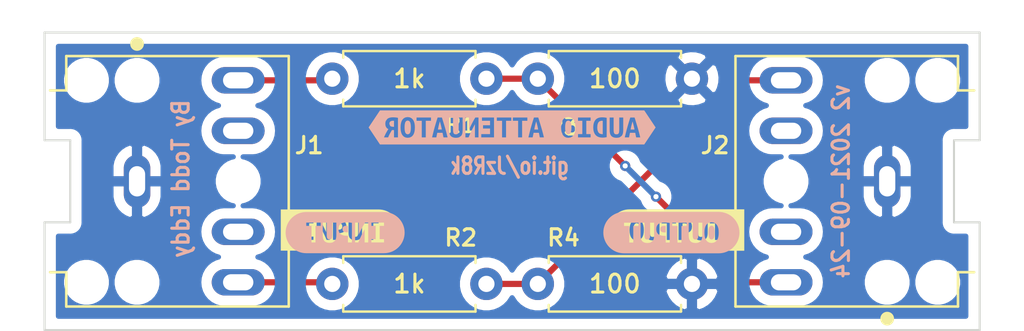
<source format=kicad_pcb>
(kicad_pcb (version 20171130) (host pcbnew "(5.1.10)-1")

  (general
    (thickness 1.6)
    (drawings 15)
    (tracks 15)
    (zones 0)
    (modules 11)
    (nets 10)
  )

  (page A)
  (title_block
    (title "Audio Attenuator")
    (rev 2)
  )

  (layers
    (0 F.Cu signal)
    (31 B.Cu signal)
    (36 B.SilkS user)
    (37 F.SilkS user)
    (38 B.Mask user)
    (39 F.Mask user)
    (40 Dwgs.User user)
    (41 Cmts.User user)
    (42 Eco1.User user)
    (43 Eco2.User user)
    (44 Edge.Cuts user)
    (45 Margin user)
    (46 B.CrtYd user)
    (47 F.CrtYd user)
    (48 B.Fab user)
    (49 F.Fab user)
  )

  (setup
    (last_trace_width 0.1524)
    (user_trace_width 0.1524)
    (user_trace_width 0.3048)
    (trace_clearance 0.1524)
    (zone_clearance 0.508)
    (zone_45_only no)
    (trace_min 0.1524)
    (via_size 0.508)
    (via_drill 0.254)
    (via_min_size 0.508)
    (via_min_drill 0.254)
    (uvia_size 0.3)
    (uvia_drill 0.1)
    (uvias_allowed no)
    (uvia_min_size 0.2)
    (uvia_min_drill 0.1)
    (edge_width 0.05)
    (segment_width 0.2)
    (pcb_text_width 0.3)
    (pcb_text_size 1.5 1.5)
    (mod_edge_width 0.12)
    (mod_text_size 1 1)
    (mod_text_width 0.1524)
    (pad_size 1.524 1.524)
    (pad_drill 0.762)
    (pad_to_mask_clearance 0.0508)
    (aux_axis_origin 0 0)
    (visible_elements 7FFFFFFF)
    (pcbplotparams
      (layerselection 0x010fc_ffffffff)
      (usegerberextensions false)
      (usegerberattributes true)
      (usegerberadvancedattributes true)
      (creategerberjobfile true)
      (excludeedgelayer true)
      (linewidth 0.100000)
      (plotframeref false)
      (viasonmask false)
      (mode 1)
      (useauxorigin false)
      (hpglpennumber 1)
      (hpglpenspeed 20)
      (hpglpendiameter 15.000000)
      (psnegative false)
      (psa4output false)
      (plotreference true)
      (plotvalue true)
      (plotinvisibletext false)
      (padsonsilk false)
      (subtractmaskfromsilk false)
      (outputformat 1)
      (mirror false)
      (drillshape 1)
      (scaleselection 1)
      (outputdirectory ""))
  )

  (net 0 "")
  (net 1 "Net-(J1-Pad3)")
  (net 2 "Net-(J1-Pad11)")
  (net 3 "Net-(J1-Pad10)")
  (net 4 "Net-(J1-Pad2)")
  (net 5 "Net-(J2-Pad3)")
  (net 6 "Net-(J2-Pad11)")
  (net 7 "Net-(J2-Pad10)")
  (net 8 "Net-(J2-Pad2)")
  (net 9 /GND)

  (net_class Default "This is the default net class."
    (clearance 0.1524)
    (trace_width 0.1524)
    (via_dia 0.508)
    (via_drill 0.254)
    (uvia_dia 0.3)
    (uvia_drill 0.1)
    (add_net /GND)
    (add_net "Net-(J1-Pad10)")
    (add_net "Net-(J1-Pad11)")
    (add_net "Net-(J1-Pad2)")
    (add_net "Net-(J1-Pad3)")
    (add_net "Net-(J2-Pad10)")
    (add_net "Net-(J2-Pad11)")
    (add_net "Net-(J2-Pad2)")
    (add_net "Net-(J2-Pad3)")
  )

  (module label (layer B.Cu) (tedit 614ADC34) (tstamp 614B55C6)
    (at 140.716 97.917 180)
    (descr "Converted using: scripting")
    (tags svg2mod)
    (attr virtual)
    (fp_text reference kibuzzard-614ADC34 (at 0 0.844) (layer B.SilkS) hide
      (effects (font (size 0.000254 0.000254) (thickness 0.000003)) (justify mirror))
    )
    (fp_text value G*** (at 0 -0.844) (layer B.SilkS) hide
      (effects (font (size 0.000254 0.000254) (thickness 0.000003)) (justify mirror))
    )
    (fp_poly (pts (xy 6.0706 0.180975) (xy 6.058694 0.248444) (xy 6.022975 0.295275) (xy 5.967809 0.322659)
      (xy 5.897563 0.331788) (xy 5.870575 0.330994) (xy 5.838825 0.327025) (xy 5.838825 0.03175)
      (xy 5.881688 0.03175) (xy 5.967809 0.041473) (xy 6.02615 0.070644) (xy 6.0706 0.180975)) (layer B.SilkS) (width 0))
    (fp_poly (pts (xy 3.571875 0.300038) (xy 3.542506 0.194469) (xy 3.517106 0.096044) (xy 3.494881 -0.001588)
      (xy 3.475038 -0.103188) (xy 3.667125 -0.103188) (xy 3.648075 -0.001588) (xy 3.626644 0.096044)
      (xy 3.601244 0.194469) (xy 3.571875 0.300038)) (layer B.SilkS) (width 0))
    (fp_poly (pts (xy -1.190625 0.300038) (xy -1.219994 0.194469) (xy -1.245394 0.096044) (xy -1.267619 -0.001588)
      (xy -1.287463 -0.103188) (xy -1.095375 -0.103188) (xy -1.114425 -0.001588) (xy -1.135856 0.096044)
      (xy -1.161256 0.194469) (xy -1.190625 0.300038)) (layer B.SilkS) (width 0))
    (fp_poly (pts (xy -5.953125 0.300038) (xy -5.982494 0.194469) (xy -6.007894 0.096044) (xy -6.030119 -0.001588)
      (xy -6.049963 -0.103188) (xy -5.857875 -0.103188) (xy -5.876925 -0.001588) (xy -5.898356 0.096044)
      (xy -5.923756 0.194469) (xy -5.953125 0.300038)) (layer B.SilkS) (width 0))
    (fp_poly (pts (xy -4.479925 -0.333375) (xy -4.462463 -0.334963) (xy -4.445 -0.334963) (xy -4.333081 -0.309563)
      (xy -4.260056 -0.239713) (xy -4.220369 -0.134144) (xy -4.211439 -0.070048) (xy -4.208463 0)
      (xy -4.217988 0.123825) (xy -4.251325 0.230188) (xy -4.316413 0.304006) (xy -4.422775 0.331788)
      (xy -4.45135 0.330994) (xy -4.479925 0.327025) (xy -4.479925 -0.333375)) (layer B.SilkS) (width 0))
    (fp_poly (pts (xy 5.005388 0) (xy 5.006777 -0.069255) (xy 5.010944 -0.134144) (xy 5.033169 -0.242888)
      (xy 5.08 -0.315913) (xy 5.160963 -0.3429) (xy 5.241131 -0.315913) (xy 5.288756 -0.242094)
      (xy 5.310981 -0.13335) (xy 5.315148 -0.069056) (xy 5.316538 0) (xy 5.315148 0.069255)
      (xy 5.310981 0.134144) (xy 5.288756 0.242888) (xy 5.241925 0.315913) (xy 5.160963 0.3429)
      (xy 5.08 0.315913) (xy 5.033169 0.242094) (xy 5.010944 0.13335) (xy 5.006777 0.069056)
      (xy 5.005388 0)) (layer B.SilkS) (width 0))
    (fp_poly (pts (xy -2.932113 0) (xy -2.930723 -0.069255) (xy -2.926556 -0.134144) (xy -2.904331 -0.242888)
      (xy -2.8575 -0.315913) (xy -2.776538 -0.3429) (xy -2.696369 -0.315913) (xy -2.648744 -0.242094)
      (xy -2.626519 -0.13335) (xy -2.622352 -0.069056) (xy -2.620963 0) (xy -2.622352 0.069255)
      (xy -2.626519 0.134144) (xy -2.648744 0.242888) (xy -2.695575 0.315913) (xy -2.776538 0.3429)
      (xy -2.8575 0.315913) (xy -2.904331 0.242094) (xy -2.926556 0.13335) (xy -2.930723 0.069056)
      (xy -2.932113 0)) (layer B.SilkS) (width 0))
    (fp_poly (pts (xy -6.334125 0.843492) (xy -6.122591 0.270073) (xy -6.08836 0.381843) (xy -6.054725 0.490538)
      (xy -5.842 0.490538) (xy -5.807125 0.38095) (xy -5.772348 0.268089) (xy -5.737671 0.151954)
      (xy -5.703094 0.032544) (xy -5.67563 -0.065913) (xy -5.648484 -0.167608) (xy -5.621655 -0.272542)
      (xy -5.595144 -0.380714) (xy -5.56895 -0.492125) (xy -5.7785 -0.492125) (xy -5.160963 -0.512763)
      (xy -5.248473 -0.506214) (xy -5.320506 -0.486569) (xy -5.4229 -0.411163) (xy -5.455444 -0.356791)
      (xy -5.476875 -0.2921) (xy -5.488781 -0.218281) (xy -5.49275 -0.136525) (xy -5.49275 0.490538)
      (xy -5.2959 0.490538) (xy -5.2959 -0.123825) (xy -5.28955 -0.227806) (xy -5.268119 -0.295275)
      (xy -5.22605 -0.331788) (xy -5.157788 -0.3429) (xy -5.089525 -0.331788) (xy -5.046663 -0.294481)
      (xy -5.024438 -0.226219) (xy -5.018088 -0.122238) (xy -5.018088 0.490538) (xy -4.822825 0.490538)
      (xy -4.675188 -0.481013) (xy -4.675188 0.477838) (xy -4.549775 0.496888) (xy -4.440238 0.50165)
      (xy -4.347567 0.494506) (xy -4.263231 0.473075) (xy -4.189214 0.436364) (xy -4.1275 0.383381)
      (xy -4.078089 0.313928) (xy -4.040981 0.227806) (xy -4.017764 0.123627) (xy -4.010025 0)
      (xy -4.018558 -0.126405) (xy -4.044156 -0.232569) (xy -4.084836 -0.319683) (xy -4.138613 -0.388938)
      (xy -4.204692 -0.441127) (xy -4.282281 -0.477044) (xy -4.369792 -0.49788) (xy -4.465638 -0.504825)
      (xy -4.568031 -0.499269) (xy -4.675188 -0.481013) (xy -4.822825 0.490538) (xy -4.822825 -0.136525)
      (xy -4.826794 -0.218281) (xy -4.8387 -0.2921) (xy -4.860528 -0.356791) (xy -4.894263 -0.411163)
      (xy -4.9403 -0.45462) (xy -4.999038 -0.486569) (xy -5.072063 -0.506214) (xy -5.160963 -0.512763)
      (xy -5.7785 -0.492125) (xy -5.824538 -0.265113) (xy -6.086475 -0.265113) (xy -6.130925 -0.492125)
      (xy -6.334125 -0.492125) (xy -6.306122 -0.377984) (xy -6.277991 -0.26797) (xy -6.249734 -0.162084)
      (xy -6.221349 -0.060325) (xy -6.192838 0.037306) (xy -6.157416 0.155228) (xy -6.122591 0.270073)
      (xy -6.334125 0.843492) (xy -6.532563 0.843492) (xy -7.09489 0) (xy -6.532563 -0.843492)
      (xy -3.881438 -0.492125) (xy -3.881438 -0.3302) (xy -3.667125 -0.3302) (xy -3.667125 0.328613)
      (xy -3.881438 0.328613) (xy -3.881438 0.490538) (xy -3.25755 0.490538) (xy -3.25755 0.328613)
      (xy -3.470275 0.328613) (xy -3.13055 0) (xy -3.124696 0.119211) (xy -3.107134 0.222845)
      (xy -3.077865 0.310902) (xy -3.036888 0.383381) (xy -2.966332 0.45526) (xy -2.879549 0.498387)
      (xy -2.776538 0.512763) (xy -2.670351 0.498387) (xy -2.58251 0.45526) (xy -2.513013 0.383381)
      (xy -2.473424 0.310902) (xy -2.445147 0.222845) (xy -2.42818 0.119211) (xy -2.422525 0)
      (xy -2.42828 -0.119211) (xy -2.445544 -0.222845) (xy -2.474317 -0.310902) (xy -2.5146 -0.383381)
      (xy -2.58445 -0.45526) (xy -2.671233 -0.498387) (xy -2.77495 -0.512763) (xy -2.881224 -0.498387)
      (xy -2.969331 -0.45526) (xy -3.039269 -0.383381) (xy -3.079204 -0.310902) (xy -3.10773 -0.222845)
      (xy -3.124845 -0.119211) (xy -3.13055 0) (xy -3.470275 0.328613) (xy -3.470275 -0.3302)
      (xy -3.25755 -0.3302) (xy -3.25755 -0.492125) (xy -3.881438 -0.492125) (xy -6.532563 -0.843492)
      (xy -6.334125 -0.843492) (xy -1.016 -0.492125) (xy -1.062038 -0.265113) (xy -1.323975 -0.265113)
      (xy -1.368425 -0.492125) (xy -1.571625 -0.492125) (xy -1.543622 -0.377984) (xy -1.515491 -0.26797)
      (xy -1.487234 -0.162084) (xy -1.458849 -0.060325) (xy -1.430338 0.037306) (xy -1.394916 0.155228)
      (xy -1.360091 0.270073) (xy -1.32586 0.381843) (xy -1.292225 0.490538) (xy -1.0795 0.490538)
      (xy -1.044625 0.38095) (xy -1.009848 0.268089) (xy -0.975171 0.151954) (xy -0.940594 0.032544)
      (xy -0.91313 -0.065913) (xy -0.885984 -0.167608) (xy -0.859155 -0.272542) (xy -0.832644 -0.380714)
      (xy -0.80645 -0.492125) (xy -1.016 -0.492125) (xy -6.334125 -0.843492) (xy 6.334125 -0.843492)
      (xy 0.89535 -0.492125) (xy 0.89535 0.490538) (xy 1.490663 0.490538) (xy 1.490663 0.328613)
      (xy 1.090613 0.328613) (xy 1.090613 0.10795) (xy 1.438275 0.10795) (xy 1.438275 -0.053975)
      (xy 1.090613 -0.053975) (xy 1.090613 -0.3302) (xy 1.525588 -0.3302) (xy 1.525588 -0.492125)
      (xy 0.89535 -0.492125) (xy 6.334125 -0.843492) (xy 6.532563 -0.843492) (xy 2.15265 -0.492125)
      (xy 2.106877 -0.383205) (xy 2.058458 -0.274461) (xy 2.007394 -0.165894) (xy 1.953683 -0.057326)
      (xy 1.897327 0.051417) (xy 1.838325 0.160338) (xy 1.838325 -0.492125) (xy 1.662113 -0.492125)
      (xy 1.662113 0.490538) (xy 1.819275 0.490538) (xy 1.863725 0.417711) (xy 1.908175 0.338931)
      (xy 1.95203 0.257373) (xy 1.994694 0.176213) (xy 2.035175 0.096441) (xy 2.072481 0.01905)
      (xy 2.10562 -0.052388) (xy 2.1336 -0.1143) (xy 2.1336 0.490538) (xy 2.309813 0.490538)
      (xy 2.44475 -0.136525) (xy 2.44475 0.490538) (xy 2.6416 0.490538) (xy 2.6416 -0.123825)
      (xy 2.64795 -0.227806) (xy 2.669381 -0.295275) (xy 2.71145 -0.331788) (xy 2.779713 -0.3429)
      (xy 2.847975 -0.331788) (xy 2.890838 -0.294481) (xy 2.913063 -0.226219) (xy 2.919413 -0.122238)
      (xy 2.919413 0.490538) (xy 3.114675 0.490538) (xy 3.114675 -0.136525) (xy 3.110706 -0.218281)
      (xy 3.0988 -0.2921) (xy 3.076972 -0.356791) (xy 3.043238 -0.411163) (xy 2.9972 -0.45462)
      (xy 2.938463 -0.486569) (xy 3.218879 -0.377984) (xy 3.247009 -0.26797) (xy 3.275267 -0.162084)
      (xy 3.303651 -0.060325) (xy 3.332163 0.037306) (xy 3.367584 0.155228) (xy 3.402409 0.270073)
      (xy 3.43664 0.381843) (xy 3.470275 0.490538) (xy 3.683 0.490538) (xy 3.717875 0.38095)
      (xy 3.752652 0.268089) (xy 3.787329 0.151954) (xy 4.268788 -0.492125) (xy 4.268788 0.328613)
      (xy 4.010025 0.328613) (xy 4.010025 0.490538) (xy 4.7244 0.490538) (xy 4.7244 0.328613)
      (xy 4.465638 0.328613) (xy 4.80695 0) (xy 4.812804 0.119211) (xy 4.830366 0.222845)
      (xy 4.859635 0.310902) (xy 4.900613 0.383381) (xy 4.971168 0.45526) (xy 5.057951 0.498387)
      (xy 5.160963 0.512763) (xy 5.267149 0.498387) (xy 5.35499 0.45526) (xy 5.424488 0.383381)
      (xy 5.464076 0.310902) (xy 5.492353 0.222845) (xy 5.50932 0.119211) (xy 5.514975 0)
      (xy 5.50922 -0.119211) (xy 5.491956 -0.222845) (xy 5.463183 -0.310902) (xy 5.4229 -0.383381)
      (xy 5.35305 -0.45526) (xy 5.266267 -0.498387) (xy 5.16255 -0.512763) (xy 5.056276 -0.498387)
      (xy 4.968169 -0.45526) (xy 4.898231 -0.383381) (xy 4.858296 -0.310902) (xy 4.82977 -0.222845)
      (xy 4.812655 -0.119211) (xy 4.80695 0) (xy 4.465638 0.328613) (xy 4.465638 -0.492125)
      (xy 4.268788 -0.492125) (xy 3.787329 0.151954) (xy 3.821906 0.032544) (xy 3.84937 -0.065913)
      (xy 3.876516 -0.167608) (xy 3.903345 -0.272542) (xy 3.929856 -0.380714) (xy 3.95605 -0.492125)
      (xy 3.7465 -0.492125) (xy 3.700463 -0.265113) (xy 3.438525 -0.265113) (xy 3.394075 -0.492125)
      (xy 3.190875 -0.492125) (xy 3.218879 -0.377984) (xy 2.938463 -0.486569) (xy 2.865438 -0.506214)
      (xy 2.776538 -0.512763) (xy 2.689027 -0.506214) (xy 2.616994 -0.486569) (xy 2.5146 -0.411163)
      (xy 2.482056 -0.356791) (xy 2.460625 -0.2921) (xy 2.448719 -0.218281) (xy 2.44475 -0.136525)
      (xy 2.309813 0.490538) (xy 2.309813 -0.492125) (xy 2.15265 -0.492125) (xy 6.532563 -0.843492)
      (xy 7.09489 0) (xy 6.167438 0.423863) (xy 6.242844 0.323056) (xy 6.262489 0.25658)
      (xy 6.269038 0.179388) (xy 6.260306 0.097631) (xy 6.234113 0.023813) (xy 6.187678 -0.037703)
      (xy 6.118225 -0.08255) (xy 6.175375 -0.173831) (xy 6.234113 -0.278606) (xy 6.288881 -0.388144)
      (xy 6.334125 -0.492125) (xy 6.129338 -0.492125) (xy 6.089848 -0.398661) (xy 6.044406 -0.308769)
      (xy 5.994202 -0.220067) (xy 5.940425 -0.130175) (xy 5.838825 -0.130175) (xy 5.838825 -0.492125)
      (xy 5.643563 -0.492125) (xy 5.643563 0.47625) (xy 5.706269 0.488156) (xy 5.775325 0.496094)
      (xy 5.842 0.500062) (xy 5.897563 0.50165) (xy 5.977731 0.496888) (xy 6.049963 0.4826)
      (xy 6.113463 0.458391) (xy 6.167438 0.423863) (xy 7.09489 0) (xy 6.532563 0.843492)
      (xy -0.0381 0.490538) (xy -0.0381 0.328613) (xy 0.041275 0.328613) (xy 0.041275 0.490538)
      (xy 0.75565 0.490538) (xy 0.75565 0.328613) (xy 0.496888 0.328613) (xy 0.496888 -0.492125)
      (xy 0.300038 -0.492125) (xy 0.300038 0.328613) (xy 0.041275 0.328613) (xy -0.0381 0.328613)
      (xy -0.296863 0.328613) (xy -0.296863 -0.492125) (xy -0.493713 -0.492125) (xy -0.493713 0.328613)
      (xy -0.752475 0.328613) (xy -0.752475 0.490538) (xy -0.0381 0.490538) (xy 6.532563 0.843492)
      (xy 6.334125 0.843492) (xy -6.334125 0.843492)) (layer B.SilkS) (width 0))
  )

  (module label (layer B.Cu) (tedit 614AD392) (tstamp 614B4B59)
    (at 148.59 103.124 180)
    (descr "Converted using: scripting")
    (tags svg2mod)
    (attr virtual)
    (fp_text reference kibuzzard-614AD392 (at 0 1.025901) (layer B.SilkS) hide
      (effects (font (size 0.000254 0.000254) (thickness 0.000003)) (justify mirror))
    )
    (fp_text value G*** (at 0 -1.025901) (layer B.SilkS) hide
      (effects (font (size 0.000254 0.000254) (thickness 0.000003)) (justify mirror))
    )
    (fp_poly (pts (xy 0.376238 0.331788) (xy 0.327819 0.330994) (xy 0.2794 0.327025) (xy 0.2794 0.009525)
      (xy 0.358775 0.009525) (xy 0.440928 0.018852) (xy 0.500062 0.046831) (xy 0.535781 0.097433)
      (xy 0.547688 0.174625) (xy 0.53598 0.247848) (xy 0.500856 0.296069) (xy 0.446286 0.322858)
      (xy 0.376238 0.331788)) (layer B.SilkS) (width 0))
    (fp_poly (pts (xy -2.141538 0) (xy -2.140148 -0.069255) (xy -2.135981 -0.134144) (xy -2.113756 -0.242888)
      (xy -2.066925 -0.315913) (xy -1.985963 -0.3429) (xy -1.905794 -0.315913) (xy -1.858169 -0.242094)
      (xy -1.835944 -0.13335) (xy -1.831777 -0.069056) (xy -1.830388 0) (xy -1.831777 0.069255)
      (xy -1.835944 0.134144) (xy -1.858169 0.242888) (xy -1.905 0.315913) (xy -1.985963 0.3429)
      (xy -2.066925 0.315913) (xy -2.113756 0.242094) (xy -2.135981 0.13335) (xy -2.140148 0.069056)
      (xy -2.141538 0)) (layer B.SilkS) (width 0))
    (fp_poly (pts (xy -2.339975 1.025393) (xy -2.339975 0) (xy -2.334121 0.119211) (xy -2.316559 0.222845)
      (xy -2.28729 0.310902) (xy -2.246313 0.383381) (xy -2.175757 0.45526) (xy -2.088974 0.498387)
      (xy -1.985963 0.512763) (xy -1.879776 0.498387) (xy -1.791935 0.45526) (xy -1.722438 0.383381)
      (xy -1.682849 0.310902) (xy -1.654572 0.222845) (xy -1.637605 0.119211) (xy -1.63195 0)
      (xy -1.637705 -0.119211) (xy -1.654969 -0.222845) (xy -1.489869 -0.356791) (xy -1.5113 -0.2921)
      (xy -1.523206 -0.218281) (xy -1.527175 -0.136525) (xy -1.527175 0.490538) (xy -1.330325 0.490538)
      (xy 0.354013 0.50165) (xy 0.469547 0.493095) (xy 2.339975 0.490538) (xy 2.339975 0.328613)
      (xy 2.081213 0.328613) (xy 2.081213 -0.492125) (xy 1.884363 -0.492125) (xy 1.884363 0.328613)
      (xy 1.6256 0.328613) (xy 1.6256 0.490538) (xy 2.339975 0.490538) (xy 0.469547 0.493095)
      (xy 0.566385 0.467431) (xy 0.644525 0.424656) (xy 0.701851 0.362479) (xy 0.736247 0.278606)
      (xy 0.747713 0.173038) (xy 0.736159 0.06641) (xy 0.701499 -0.018521) (xy 0.643731 -0.081756)
      (xy 0.564797 -0.125413) (xy 0.891381 -0.356791) (xy 0.86995 -0.2921) (xy 0.858044 -0.218281)
      (xy 0.854075 -0.136525) (xy 0.854075 0.490538) (xy 1.050925 0.490538) (xy 1.050925 -0.123825)
      (xy 1.057275 -0.227806) (xy 1.078706 -0.295275) (xy 1.120775 -0.331788) (xy 1.189038 -0.3429)
      (xy 1.2573 -0.331788) (xy 1.300163 -0.294481) (xy 1.322388 -0.226219) (xy 1.328738 -0.122238)
      (xy 1.328738 0.490538) (xy 1.524 0.490538) (xy 1.524 -0.136525) (xy 1.520031 -0.218281)
      (xy 1.508125 -0.2921) (xy 1.486297 -0.356791) (xy 1.452563 -0.411163) (xy 1.406525 -0.45462)
      (xy 1.347788 -0.486569) (xy 1.274763 -0.506214) (xy 1.185863 -0.512763) (xy 1.098352 -0.506214)
      (xy 1.026319 -0.486569) (xy 0.923925 -0.411163) (xy 0.891381 -0.356791) (xy 0.564797 -0.125413)
      (xy 0.466637 -0.151606) (xy 0.34925 -0.160338) (xy 0.2794 -0.160338) (xy 0.2794 -0.492125)
      (xy 0.084138 -0.492125) (xy 0.084138 0.477838) (xy 0.148431 0.48895) (xy 0.220663 0.496094)
      (xy 0.2921 0.500062) (xy 0.354013 0.50165) (xy -1.330325 0.490538) (xy -1.330325 -0.123825)
      (xy -1.323975 -0.227806) (xy -1.302544 -0.295275) (xy -1.260475 -0.331788) (xy -1.192213 -0.3429)
      (xy -1.12395 -0.331788) (xy -1.081088 -0.294481) (xy -1.058863 -0.226219) (xy -1.052513 -0.122238)
      (xy -1.052513 0.490538) (xy -0.85725 0.490538) (xy -0.75565 0.328613) (xy -0.75565 0.490538)
      (xy -0.041275 0.490538) (xy -0.041275 0.328613) (xy -0.300038 0.328613) (xy -0.300038 -0.492125)
      (xy -0.496888 -0.492125) (xy -0.496888 0.328613) (xy -0.75565 0.328613) (xy -0.85725 0.490538)
      (xy -0.85725 -0.136525) (xy -0.861219 -0.218281) (xy -0.873125 -0.2921) (xy -0.894953 -0.356791)
      (xy -0.928688 -0.411163) (xy -0.974725 -0.45462) (xy -1.033463 -0.486569) (xy -1.106488 -0.506214)
      (xy -1.195388 -0.512763) (xy -1.282898 -0.506214) (xy -1.354931 -0.486569) (xy -1.457325 -0.411163)
      (xy -1.489869 -0.356791) (xy -1.654969 -0.222845) (xy -1.683742 -0.310902) (xy -1.724025 -0.383381)
      (xy -1.793875 -0.45526) (xy -1.880658 -0.498387) (xy -1.984375 -0.512763) (xy -2.090649 -0.498387)
      (xy -2.178756 -0.45526) (xy -2.248694 -0.383381) (xy -2.288629 -0.310902) (xy -2.317155 -0.222845)
      (xy -2.33427 -0.119211) (xy -2.339975 0) (xy -2.339975 1.025393) (xy -2.340107 1.025393)
      (xy -2.440613 1.020455) (xy -2.540151 1.00569) (xy -2.637763 0.98124) (xy -2.732508 0.947339)
      (xy -2.823474 0.904316) (xy -2.909785 0.852583) (xy -2.99061 0.792639) (xy -3.065169 0.725062)
      (xy -3.132747 0.650502) (xy -3.19269 0.569678) (xy -3.244423 0.483367) (xy -3.287447 0.392401)
      (xy -3.321347 0.297656) (xy -3.345797 0.200044) (xy -3.360562 0.100506) (xy -3.3655 0)
      (xy -3.360562 -0.100506) (xy -3.345797 -0.200044) (xy -3.321347 -0.297656) (xy -3.287447 -0.392401)
      (xy -3.244423 -0.483367) (xy -3.19269 -0.569678) (xy -3.132747 -0.650502) (xy -3.065169 -0.725062)
      (xy -2.99061 -0.792639) (xy -2.909785 -0.852583) (xy -2.823474 -0.904316) (xy -2.732508 -0.947339)
      (xy -2.637763 -0.98124) (xy -2.540151 -1.00569) (xy -2.440613 -1.020455) (xy -2.340107 -1.025393)
      (xy -2.339975 -1.025393) (xy 2.339975 -1.025393) (xy 2.340107 -1.025393) (xy 2.440613 -1.020455)
      (xy 2.540151 -1.00569) (xy 2.637763 -0.98124) (xy 2.732508 -0.947339) (xy 2.823474 -0.904316)
      (xy 2.909785 -0.852583) (xy 2.99061 -0.792639) (xy 3.065169 -0.725062) (xy 3.132747 -0.650502)
      (xy 3.19269 -0.569678) (xy 3.244423 -0.483367) (xy 3.287447 -0.392401) (xy 3.321347 -0.297656)
      (xy 3.345797 -0.200044) (xy 3.360562 -0.100506) (xy 3.3655 0) (xy 3.360562 0.100506)
      (xy 3.345797 0.200044) (xy 3.321347 0.297656) (xy 3.287447 0.392401) (xy 3.244423 0.483367)
      (xy 3.19269 0.569678) (xy 3.132747 0.650502) (xy 3.065169 0.725062) (xy 2.99061 0.792639)
      (xy 2.909785 0.852583) (xy 2.823474 0.904316) (xy 2.732508 0.947339) (xy 2.637763 0.98124)
      (xy 2.540151 1.00569) (xy 2.440613 1.020455) (xy 2.340107 1.025393) (xy 2.339975 1.025393)
      (xy -2.339975 1.025393)) (layer B.SilkS) (width 0))
  )

  (module label (layer B.Cu) (tedit 614AD37E) (tstamp 614B4A62)
    (at 132.461 103.124 180)
    (descr "Converted using: scripting")
    (tags svg2mod)
    (attr virtual)
    (fp_text reference kibuzzard-614AD37E (at 0 1.020344) (layer F.SilkS) hide
      (effects (font (size 0.000254 0.000254) (thickness 0.000003)))
    )
    (fp_text value G*** (at 0 -1.020344) (layer F.SilkS) hide
      (effects (font (size 0.000254 0.000254) (thickness 0.000003)))
    )
    (fp_poly (pts (xy -0.042069 0.337344) (xy -0.090488 0.33655) (xy -0.138906 0.332581) (xy -0.138906 0.015081)
      (xy -0.059531 0.015081) (xy 0.022622 0.024408) (xy 0.081756 0.052388) (xy 0.117475 0.102989)
      (xy 0.129381 0.180181) (xy 0.117673 0.253405) (xy 0.08255 0.301625) (xy 0.02798 0.328414)
      (xy -0.042069 0.337344)) (layer B.SilkS) (width 0))
    (fp_poly (pts (xy -1.921669 1.019836) (xy -1.921669 0.496094) (xy -1.297781 0.496094) (xy -0.064294 0.507206)
      (xy 0.051241 0.498651) (xy 0.148078 0.472987) (xy 0.226219 0.430213) (xy 0.283545 0.368035)
      (xy 0.317941 0.284163) (xy 0.329406 0.178594) (xy 0.317853 0.071967) (xy 0.283192 -0.012965)
      (xy 0.225425 -0.0762) (xy 0.146491 -0.119856) (xy 0.048331 -0.14605) (xy -0.069056 -0.154781)
      (xy -0.138906 -0.154781) (xy -0.138906 -0.486569) (xy -0.334169 -0.486569) (xy -0.334169 0.483394)
      (xy -0.269875 0.494506) (xy -0.197644 0.50165) (xy -0.126206 0.505619) (xy -0.064294 0.507206)
      (xy -1.297781 0.496094) (xy -1.297781 0.334169) (xy -1.510506 0.334169) (xy -1.510506 -0.324644)
      (xy -1.297781 -0.324644) (xy -1.140619 -0.486569) (xy -1.140619 0.496094) (xy -0.983456 0.496094)
      (xy -0.939006 0.423267) (xy -0.894556 0.344488) (xy -0.850702 0.26293) (xy -0.808038 0.181769)
      (xy -0.767556 0.101997) (xy -0.73025 0.024606) (xy -0.697111 -0.046831) (xy -0.669131 -0.108744)
      (xy -0.669131 0.496094) (xy -0.492919 0.496094) (xy -0.492919 -0.486569) (xy -0.650081 -0.486569)
      (xy -0.695854 -0.377649) (xy -0.744273 -0.268905) (xy -0.795338 -0.160338) (xy -0.849048 -0.05177)
      (xy -0.905404 0.056974) (xy -0.964406 0.165894) (xy -0.964406 -0.486569) (xy -1.140619 -0.486569)
      (xy -1.297781 -0.324644) (xy -1.297781 -0.486569) (xy -1.921669 -0.486569) (xy -1.921669 -0.324644)
      (xy -1.707356 -0.324644) (xy -1.707356 0.334169) (xy -1.921669 0.334169) (xy -1.921669 0.496094)
      (xy -1.921669 1.019836) (xy -1.921801 1.019836) (xy -2.021763 1.014926) (xy -2.120761 1.000241)
      (xy -2.217844 0.975923) (xy -2.312076 0.942206) (xy -2.402549 0.899415) (xy -2.488392 0.847963)
      (xy -2.568778 0.788344) (xy -2.642934 0.721133) (xy -2.710145 0.646977) (xy -2.769764 0.566591)
      (xy -2.821216 0.480748) (xy -2.864007 0.390275) (xy -2.897724 0.296043) (xy -2.922042 0.19896)
      (xy -2.936727 0.099961) (xy -2.941637 0) (xy -2.936727 -0.099961) (xy -2.922042 -0.19896)
      (xy -2.897724 -0.296043) (xy -2.864007 -0.390275) (xy -2.821216 -0.480748) (xy 0.767556 -0.507206)
      (xy 0.680045 -0.500658) (xy 0.608012 -0.481013) (xy 0.505619 -0.405606) (xy 0.473075 -0.351234)
      (xy 0.451644 -0.286544) (xy 0.439737 -0.212725) (xy 0.435769 -0.130969) (xy 0.435769 0.496094)
      (xy 0.632619 0.496094) (xy 0.632619 -0.118269) (xy 0.638969 -0.22225) (xy 0.6604 -0.289719)
      (xy 0.702469 -0.326231) (xy 0.770731 -0.337344) (xy 0.838994 -0.326231) (xy 0.881856 -0.288925)
      (xy 0.904081 -0.220663) (xy 0.910431 -0.116681) (xy 0.910431 0.496094) (xy 1.105694 0.496094)
      (xy 1.105694 -0.130969) (xy 1.101725 -0.212725) (xy 1.089819 -0.286544) (xy 1.067991 -0.351234)
      (xy 1.034256 -0.405606) (xy 0.988219 -0.449064) (xy 0.929481 -0.481013) (xy 0.856456 -0.500658)
      (xy 0.767556 -0.507206) (xy -2.821216 -0.480748) (xy -2.769764 -0.566591) (xy -2.710145 -0.646977)
      (xy -2.642934 -0.721133) (xy -2.568778 -0.788344) (xy -2.488392 -0.847963) (xy -2.402549 -0.899415)
      (xy -2.312076 -0.942206) (xy -2.217844 -0.975923) (xy -2.120761 -1.000241) (xy -2.021763 -1.014926)
      (xy -1.921801 -1.019836) (xy -1.921669 -1.019836) (xy 1.921669 -1.019836) (xy 1.921669 0.334169)
      (xy 1.662906 0.334169) (xy 1.662906 -0.486569) (xy 1.466056 -0.486569) (xy 1.466056 0.334169)
      (xy 1.207294 0.334169) (xy 1.207294 0.496094) (xy 1.921669 0.496094) (xy 1.921669 0.334169)
      (xy 1.921669 -1.019836) (xy 1.921801 -1.019836) (xy 2.021762 -1.014926) (xy 2.120761 -1.000241)
      (xy 2.217844 -0.975923) (xy 2.312076 -0.942206) (xy 2.402549 -0.899415) (xy 2.488392 -0.847963)
      (xy 2.568778 -0.788344) (xy 2.642934 -0.721133) (xy 2.710145 -0.646977) (xy 2.769764 -0.566591)
      (xy 2.821216 -0.480748) (xy 2.864007 -0.390275) (xy 2.897724 -0.296043) (xy 2.922042 -0.19896)
      (xy 2.936727 -0.099961) (xy 2.941637 0) (xy 2.936727 0.099961) (xy 2.922042 0.19896)
      (xy 2.897724 0.296043) (xy 2.864007 0.390275) (xy 2.821216 0.480748) (xy 2.769764 0.566591)
      (xy 2.710145 0.646977) (xy 2.642934 0.721133) (xy 2.568778 0.788344) (xy 2.488392 0.847963)
      (xy 2.402549 0.899415) (xy 2.312076 0.942206) (xy 2.217844 0.975923) (xy 2.120761 1.000241)
      (xy 2.021762 1.014926) (xy 1.921801 1.019836) (xy 1.921669 1.019836) (xy -1.921669 1.019836)) (layer B.SilkS) (width 0))
  )

  (module label (layer F.Cu) (tedit 614AD03C) (tstamp 614B487C)
    (at 132.207 102.997)
    (descr "Converted using: scripting")
    (tags svg2mod)
    (attr virtual)
    (fp_text reference kibuzzard-614AD03C (at 0 -1.020344) (layer F.SilkS) hide
      (effects (font (size 0.000254 0.000254) (thickness 0.000003)))
    )
    (fp_text value G*** (at 0 1.020344) (layer F.SilkS) hide
      (effects (font (size 0.000254 0.000254) (thickness 0.000003)))
    )
    (fp_poly (pts (xy -0.055959 -0.337344) (xy -0.104378 -0.33655) (xy -0.152797 -0.332581) (xy -0.152797 -0.015081)
      (xy -0.073422 -0.015081) (xy 0.008731 -0.024408) (xy 0.067866 -0.052388) (xy 0.103584 -0.102989)
      (xy 0.115491 -0.180181) (xy 0.103783 -0.253405) (xy 0.068659 -0.301625) (xy 0.014089 -0.328414)
      (xy -0.055959 -0.337344)) (layer F.SilkS) (width 0))
    (fp_poly (pts (xy -1.935559 -1.019836) (xy -1.935559 -0.496094) (xy -1.311672 -0.496094) (xy -0.078184 -0.507206)
      (xy 0.03735 -0.498651) (xy 0.134188 -0.472987) (xy 0.212328 -0.430213) (xy 0.269655 -0.368035)
      (xy 0.30405 -0.284163) (xy 0.315516 -0.178594) (xy 0.303962 -0.071967) (xy 0.269302 0.012965)
      (xy 0.211534 0.0762) (xy 0.1326 0.119856) (xy 0.03444 0.14605) (xy -0.082947 0.154781)
      (xy -0.152797 0.154781) (xy -0.152797 0.486569) (xy -0.348059 0.486569) (xy -0.348059 -0.483394)
      (xy -0.283766 -0.494506) (xy -0.211534 -0.50165) (xy -0.140097 -0.505619) (xy -0.078184 -0.507206)
      (xy -1.311672 -0.496094) (xy -1.311672 -0.334169) (xy -1.524397 -0.334169) (xy -1.524397 0.324644)
      (xy -1.311672 0.324644) (xy -1.154509 0.486569) (xy -1.154509 -0.496094) (xy -0.997347 -0.496094)
      (xy -0.952897 -0.423267) (xy -0.908447 -0.344488) (xy -0.864592 -0.26293) (xy -0.821928 -0.181769)
      (xy -0.781447 -0.101997) (xy -0.744141 -0.024606) (xy -0.711002 0.046831) (xy -0.683022 0.108744)
      (xy -0.683022 -0.496094) (xy -0.506809 -0.496094) (xy -0.506809 0.486569) (xy -0.663972 0.486569)
      (xy -0.709745 0.377649) (xy -0.758164 0.268905) (xy -0.809228 0.160338) (xy -0.862939 0.05177)
      (xy -0.919295 -0.056974) (xy -0.978297 -0.165894) (xy -0.978297 0.486569) (xy -1.154509 0.486569)
      (xy -1.311672 0.324644) (xy -1.311672 0.486569) (xy -1.935559 0.486569) (xy -1.935559 0.324644)
      (xy -1.721247 0.324644) (xy -1.721247 -0.334169) (xy -1.935559 -0.334169) (xy -1.935559 -0.496094)
      (xy -1.935559 -1.019836) (xy -2.927747 -1.019836) (xy -2.927747 1.019836) (xy 0.753666 0.507206)
      (xy 0.666155 0.500658) (xy 0.594122 0.481013) (xy 0.491728 0.405606) (xy 0.459184 0.351234)
      (xy 0.437753 0.286544) (xy 0.425847 0.212725) (xy 0.421878 0.130969) (xy 0.421878 -0.496094)
      (xy 0.618728 -0.496094) (xy 0.618728 0.118269) (xy 0.625078 0.22225) (xy 0.646509 0.289719)
      (xy 0.688578 0.326231) (xy 0.756841 0.337344) (xy 0.825103 0.326231) (xy 0.867966 0.288925)
      (xy 0.890191 0.220663) (xy 0.896541 0.116681) (xy 0.896541 -0.496094) (xy 1.091803 -0.496094)
      (xy 1.091803 0.130969) (xy 1.087834 0.212725) (xy 1.075928 0.286544) (xy 1.0541 0.351234)
      (xy 1.020366 0.405606) (xy 0.974328 0.449064) (xy 0.915591 0.481013) (xy 0.842566 0.500658)
      (xy 0.753666 0.507206) (xy -2.927747 1.019836) (xy -1.935559 1.019836) (xy 1.907778 1.019836)
      (xy 1.907778 -0.334169) (xy 1.649016 -0.334169) (xy 1.649016 0.486569) (xy 1.452166 0.486569)
      (xy 1.452166 -0.334169) (xy 1.193403 -0.334169) (xy 1.193403 -0.496094) (xy 1.907778 -0.496094)
      (xy 1.907778 -0.334169) (xy 1.907778 1.019836) (xy 1.90791 1.019836) (xy 2.007872 1.014926)
      (xy 2.106871 1.000241) (xy 2.203953 0.975923) (xy 2.298185 0.942206) (xy 2.388658 0.899415)
      (xy 2.474501 0.847963) (xy 2.554888 0.788344) (xy 2.629044 0.721133) (xy 2.696255 0.646977)
      (xy 2.755873 0.566591) (xy 2.807326 0.480748) (xy 2.850116 0.390275) (xy 2.883833 0.296043)
      (xy 2.908151 0.19896) (xy 2.922836 0.099961) (xy 2.927747 0) (xy 2.922836 -0.099961)
      (xy 2.908151 -0.19896) (xy 2.883833 -0.296043) (xy 2.850116 -0.390275) (xy 2.807326 -0.480748)
      (xy 2.755873 -0.566591) (xy 2.696255 -0.646977) (xy 2.629044 -0.721133) (xy 2.554888 -0.788344)
      (xy 2.474501 -0.847963) (xy 2.388658 -0.899415) (xy 2.298185 -0.942206) (xy 2.203953 -0.975923)
      (xy 2.106871 -1.000241) (xy 2.007872 -1.014926) (xy 1.90791 -1.019836) (xy 1.907778 -1.019836)
      (xy -1.935559 -1.019836)) (layer F.SilkS) (width 0))
  )

  (module label (layer F.Cu) (tedit 614ACF93) (tstamp 614ADBD9)
    (at 148.844 102.997)
    (descr "Converted using: scripting")
    (tags svg2mod)
    (attr virtual)
    (fp_text reference kibuzzard-614ACF93 (at 0 -1.025901) (layer F.SilkS) hide
      (effects (font (size 0.000254 0.000254) (thickness 0.000003)))
    )
    (fp_text value G*** (at 0 1.025901) (layer F.SilkS) hide
      (effects (font (size 0.000254 0.000254) (thickness 0.000003)))
    )
    (fp_poly (pts (xy 0.392906 -0.331788) (xy 0.344488 -0.330994) (xy 0.296069 -0.327025) (xy 0.296069 -0.009525)
      (xy 0.375444 -0.009525) (xy 0.457597 -0.018852) (xy 0.516731 -0.046831) (xy 0.55245 -0.097433)
      (xy 0.564356 -0.174625) (xy 0.552648 -0.247848) (xy 0.517525 -0.296069) (xy 0.462955 -0.322858)
      (xy 0.392906 -0.331788)) (layer F.SilkS) (width 0))
    (fp_poly (pts (xy -2.124869 0) (xy -2.12348 0.069255) (xy -2.119313 0.134144) (xy -2.097088 0.242888)
      (xy -2.050256 0.315913) (xy -1.969294 0.3429) (xy -1.889125 0.315913) (xy -1.8415 0.242094)
      (xy -1.819275 0.13335) (xy -1.815108 0.069056) (xy -1.813719 0) (xy -1.815108 -0.069255)
      (xy -1.819275 -0.134144) (xy -1.8415 -0.242888) (xy -1.888331 -0.315913) (xy -1.969294 -0.3429)
      (xy -2.050256 -0.315913) (xy -2.097088 -0.242094) (xy -2.119313 -0.13335) (xy -2.12348 -0.069056)
      (xy -2.124869 0)) (layer F.SilkS) (width 0))
    (fp_poly (pts (xy -2.323306 -1.025393) (xy -2.323306 0) (xy -2.317452 -0.119211) (xy -2.299891 -0.222845)
      (xy -2.270621 -0.310902) (xy -2.229644 -0.383381) (xy -2.159088 -0.45526) (xy -2.072305 -0.498387)
      (xy -1.969294 -0.512763) (xy -1.863108 -0.498387) (xy -1.775266 -0.45526) (xy -1.705769 -0.383381)
      (xy -1.66618 -0.310902) (xy -1.637903 -0.222845) (xy -1.620937 -0.119211) (xy -1.615281 0)
      (xy -1.621036 0.119211) (xy -1.6383 0.222845) (xy -1.4732 0.356791) (xy -1.494631 0.2921)
      (xy -1.506538 0.218281) (xy -1.510506 0.136525) (xy -1.510506 -0.490538) (xy -1.313656 -0.490538)
      (xy 0.370681 -0.50165) (xy 0.486216 -0.493095) (xy 2.356644 -0.490538) (xy 2.356644 -0.328613)
      (xy 2.097881 -0.328613) (xy 2.097881 0.492125) (xy 1.901031 0.492125) (xy 1.901031 -0.328613)
      (xy 1.642269 -0.328613) (xy 1.642269 -0.490538) (xy 2.356644 -0.490538) (xy 0.486216 -0.493095)
      (xy 0.583053 -0.467431) (xy 0.661194 -0.424656) (xy 0.71852 -0.362479) (xy 0.752916 -0.278606)
      (xy 0.764381 -0.173038) (xy 0.752828 -0.06641) (xy 0.718167 0.018521) (xy 0.6604 0.081756)
      (xy 0.581466 0.125413) (xy 0.90805 0.356791) (xy 0.886619 0.2921) (xy 0.874713 0.218281)
      (xy 0.870744 0.136525) (xy 0.870744 -0.490538) (xy 1.067594 -0.490538) (xy 1.067594 0.123825)
      (xy 1.073944 0.227806) (xy 1.095375 0.295275) (xy 1.137444 0.331788) (xy 1.205706 0.3429)
      (xy 1.273969 0.331788) (xy 1.316831 0.294481) (xy 1.339056 0.226219) (xy 1.345406 0.122238)
      (xy 1.345406 -0.490538) (xy 1.540669 -0.490538) (xy 1.540669 0.136525) (xy 1.5367 0.218281)
      (xy 1.524794 0.2921) (xy 1.502966 0.356791) (xy 1.469231 0.411163) (xy 1.423194 0.45462)
      (xy 1.364456 0.486569) (xy 1.291431 0.506214) (xy 1.202531 0.512763) (xy 1.11502 0.506214)
      (xy 1.042988 0.486569) (xy 0.940594 0.411163) (xy 0.90805 0.356791) (xy 0.581466 0.125413)
      (xy 0.483306 0.151606) (xy 0.365919 0.160338) (xy 0.296069 0.160338) (xy 0.296069 0.492125)
      (xy 0.100806 0.492125) (xy 0.100806 -0.477838) (xy 0.1651 -0.48895) (xy 0.237331 -0.496094)
      (xy 0.308769 -0.500062) (xy 0.370681 -0.50165) (xy -1.313656 -0.490538) (xy -1.313656 0.123825)
      (xy -1.307306 0.227806) (xy -1.285875 0.295275) (xy -1.243806 0.331788) (xy -1.175544 0.3429)
      (xy -1.107281 0.331788) (xy -1.064419 0.294481) (xy -1.042194 0.226219) (xy -1.035844 0.122238)
      (xy -1.035844 -0.490538) (xy -0.840581 -0.490538) (xy -0.738981 -0.328613) (xy -0.738981 -0.490538)
      (xy -0.024606 -0.490538) (xy -0.024606 -0.328613) (xy -0.283369 -0.328613) (xy -0.283369 0.492125)
      (xy -0.480219 0.492125) (xy -0.480219 -0.328613) (xy -0.738981 -0.328613) (xy -0.840581 -0.490538)
      (xy -0.840581 0.136525) (xy -0.84455 0.218281) (xy -0.856456 0.2921) (xy -0.878284 0.356791)
      (xy -0.912019 0.411163) (xy -0.958056 0.45462) (xy -1.016794 0.486569) (xy -1.089819 0.506214)
      (xy -1.178719 0.512763) (xy -1.26623 0.506214) (xy -1.338263 0.486569) (xy -1.440656 0.411163)
      (xy -1.4732 0.356791) (xy -1.6383 0.222845) (xy -1.667073 0.310902) (xy -1.707356 0.383381)
      (xy -1.777206 0.45526) (xy -1.86399 0.498387) (xy -1.967706 0.512763) (xy -2.073981 0.498387)
      (xy -2.162087 0.45526) (xy -2.232025 0.383381) (xy -2.271961 0.310902) (xy -2.300486 0.222845)
      (xy -2.317601 0.119211) (xy -2.323306 0) (xy -2.323306 -1.025393) (xy -2.323439 -1.025393)
      (xy -2.423945 -1.020455) (xy -2.523483 -1.00569) (xy -2.621094 -0.98124) (xy -2.715839 -0.947339)
      (xy -2.806805 -0.904316) (xy -2.893116 -0.852583) (xy -2.973941 -0.792639) (xy -3.048501 -0.725062)
      (xy -3.116078 -0.650502) (xy -3.176021 -0.569678) (xy -3.227754 -0.483367) (xy -3.270778 -0.392401)
      (xy -3.304678 -0.297656) (xy -3.329129 -0.200044) (xy -3.343894 -0.100506) (xy -3.348831 0)
      (xy -3.343894 0.100506) (xy -3.329129 0.200044) (xy -3.304678 0.297656) (xy -3.270778 0.392401)
      (xy -3.227754 0.483367) (xy -3.176021 0.569678) (xy -3.116078 0.650502) (xy -3.048501 0.725062)
      (xy -2.973941 0.792639) (xy -2.893116 0.852583) (xy -2.806805 0.904316) (xy -2.715839 0.947339)
      (xy -2.621094 0.98124) (xy -2.523483 1.00569) (xy -2.423945 1.020455) (xy -2.323439 1.025393)
      (xy -2.323306 1.025393) (xy 2.356644 1.025393) (xy 3.348831 1.025393) (xy 3.348831 -1.025393)
      (xy 2.356644 -1.025393) (xy -2.323306 -1.025393)) (layer F.SilkS) (width 0))
  )

  (module SJ1-3525N:CUI_SJ1-3525N (layer F.Cu) (tedit 61461C01) (tstamp 6149AD00)
    (at 122.174 100.584)
    (path /61342E5F)
    (fp_text reference J1 (at 8.509 -1.778) (layer F.SilkS)
      (effects (font (size 0.8128 0.8128) (thickness 0.1524)))
    )
    (fp_text value INPUT (at -2.54 -8.128) (layer F.Fab) hide
      (effects (font (size 1.000307 1.000307) (thickness 0.15)))
    )
    (fp_line (start -4.5 -6) (end -4.5 -2) (layer Dwgs.User) (width 0.0001))
    (fp_line (start -4.5 -2) (end -3.3 -2) (layer Dwgs.User) (width 0.0001))
    (fp_line (start -3.3 -2) (end -3.3 2) (layer Dwgs.User) (width 0.0001))
    (fp_line (start -3.3 2) (end -4.5 2) (layer Dwgs.User) (width 0.0001))
    (fp_line (start -4.5 2) (end -4.5 6) (layer Dwgs.User) (width 0.0001))
    (fp_line (start 7.5 -6.2) (end 7.5 6.2) (layer F.SilkS) (width 0.127))
    (fp_line (start 7.5 6.2) (end -3.5 6.2) (layer F.SilkS) (width 0.127))
    (fp_line (start 7.5 -6.2) (end -3.5 -6.2) (layer F.SilkS) (width 0.127))
    (fp_line (start 7.75 -6.45) (end 7.75 6.45) (layer F.CrtYd) (width 0.05))
    (fp_line (start 7.75 6.45) (end -4.75 6.45) (layer F.CrtYd) (width 0.05))
    (fp_line (start -4.75 -6.45) (end 7.75 -6.45) (layer F.CrtYd) (width 0.05))
    (fp_line (start 7.5 -6.2) (end -3.5 -6.2) (layer F.Fab) (width 0.127))
    (fp_line (start 7.5 -6.2) (end 7.5 6.2) (layer F.Fab) (width 0.127))
    (fp_line (start 7.5 6.2) (end -3.5 6.2) (layer F.Fab) (width 0.127))
    (fp_line (start -3.5 -6.2) (end -3.5 -4.5) (layer F.Fab) (width 0.127))
    (fp_line (start -3.5 -4.5) (end -4.5 -4.5) (layer F.Fab) (width 0.127))
    (fp_line (start -4.5 -4.5) (end -4.5 -3) (layer F.Fab) (width 0.127))
    (fp_line (start -4.5 -3) (end -4.5 3) (layer F.Fab) (width 0.127))
    (fp_line (start -4.5 3) (end -4.5 4.5) (layer F.Fab) (width 0.127))
    (fp_line (start -4.5 4.5) (end -3.5 4.5) (layer F.Fab) (width 0.127))
    (fp_line (start -3.5 4.5) (end -3.5 6.2) (layer F.Fab) (width 0.127))
    (fp_line (start -3.5 -6.2) (end -3.5 -4.5) (layer F.SilkS) (width 0.127))
    (fp_line (start -3.5 4.5) (end -3.5 6.2) (layer F.SilkS) (width 0.127))
    (fp_line (start -3.5 -4.5) (end -4.3 -4.5) (layer F.SilkS) (width 0.127))
    (fp_line (start -3.5 4.5) (end -4.3 4.5) (layer F.SilkS) (width 0.127))
    (fp_line (start -4.5 -3) (end -6.5 -3) (layer F.Fab) (width 0.127))
    (fp_line (start -6.5 -3) (end -6.5 3) (layer F.Fab) (width 0.127))
    (fp_line (start -6.5 3) (end -4.5 3) (layer F.Fab) (width 0.127))
    (fp_line (start -4.75 -6.45) (end -4.75 -3.25) (layer F.CrtYd) (width 0.05))
    (fp_line (start -4.75 -3.25) (end -6.75 -3.25) (layer F.CrtYd) (width 0.05))
    (fp_line (start -6.75 -3.25) (end -6.75 3.25) (layer F.CrtYd) (width 0.05))
    (fp_line (start -6.75 3.25) (end -4.75 3.25) (layer F.CrtYd) (width 0.05))
    (fp_line (start -4.75 3.25) (end -4.75 6.45) (layer F.CrtYd) (width 0.05))
    (fp_circle (center 0 -6.8) (end 0.17 -6.8) (layer F.SilkS) (width 0.34))
    (pad None np_thru_hole circle (at 0 5) (size 1.2 1.2) (drill 1.2) (layers *.Cu *.Mask))
    (pad None np_thru_hole circle (at -2.5 5) (size 1.2 1.2) (drill 1.2) (layers *.Cu *.Mask))
    (pad None np_thru_hole circle (at 5 0) (size 1.2 1.2) (drill 1.2) (layers *.Cu *.Mask))
    (pad None np_thru_hole circle (at 0 -5) (size 1.2 1.2) (drill 1.2) (layers *.Cu *.Mask))
    (pad None np_thru_hole circle (at -2.5 -5) (size 1.2 1.2) (drill 1.2) (layers *.Cu *.Mask))
    (pad 3 thru_hole oval (at 5 -5) (size 2.616 1.308) (drill oval 1.5 0.8) (layers *.Cu *.Mask)
      (net 1 "Net-(J1-Pad3)"))
    (pad 11 thru_hole oval (at 5 -2.5) (size 2.616 1.308) (drill oval 1.5 0.8) (layers *.Cu *.Mask)
      (net 2 "Net-(J1-Pad11)"))
    (pad 10 thru_hole oval (at 5 2.5) (size 2.616 1.308) (drill oval 1.5 0.8) (layers *.Cu *.Mask)
      (net 3 "Net-(J1-Pad10)"))
    (pad 2 thru_hole oval (at 5 5) (size 2.616 1.308) (drill oval 1.5 0.8) (layers *.Cu *.Mask)
      (net 4 "Net-(J1-Pad2)"))
    (pad 1 thru_hole oval (at 0 0) (size 1.308 2.616) (drill oval 0.8 1.5) (layers *.Cu *.Mask)
      (net 9 /GND))
    (model ${KIPRJMOD}/libraries/SJ1-3525N/CUI_DEVICES_SJ1-3525N.step
      (offset (xyz -6.5 0 2.6))
      (scale (xyz 1 1 1))
      (rotate (xyz 0 0 180))
    )
  )

  (module SJ1-3525N:CUI_SJ1-3525N (layer F.Cu) (tedit 61461C01) (tstamp 614AC6B5)
    (at 159.258 100.584 180)
    (path /61347F3C)
    (fp_text reference J2 (at 8.509 1.778 180) (layer F.SilkS)
      (effects (font (size 0.8128 0.8128) (thickness 0.1524)))
    )
    (fp_text value OUTPUT (at 5.207 8.128 180) (layer F.Fab)
      (effects (font (size 1.000307 1.000307) (thickness 0.15)))
    )
    (fp_line (start -4.5 -6) (end -4.5 -2) (layer Dwgs.User) (width 0.0001))
    (fp_line (start -4.5 -2) (end -3.3 -2) (layer Dwgs.User) (width 0.0001))
    (fp_line (start -3.3 -2) (end -3.3 2) (layer Dwgs.User) (width 0.0001))
    (fp_line (start -3.3 2) (end -4.5 2) (layer Dwgs.User) (width 0.0001))
    (fp_line (start -4.5 2) (end -4.5 6) (layer Dwgs.User) (width 0.0001))
    (fp_line (start 7.5 -6.2) (end 7.5 6.2) (layer F.SilkS) (width 0.127))
    (fp_line (start 7.5 6.2) (end -3.5 6.2) (layer F.SilkS) (width 0.127))
    (fp_line (start 7.5 -6.2) (end -3.5 -6.2) (layer F.SilkS) (width 0.127))
    (fp_line (start 7.75 -6.45) (end 7.75 6.45) (layer F.CrtYd) (width 0.05))
    (fp_line (start 7.75 6.45) (end -4.75 6.45) (layer F.CrtYd) (width 0.05))
    (fp_line (start -4.75 -6.45) (end 7.75 -6.45) (layer F.CrtYd) (width 0.05))
    (fp_line (start 7.5 -6.2) (end -3.5 -6.2) (layer F.Fab) (width 0.127))
    (fp_line (start 7.5 -6.2) (end 7.5 6.2) (layer F.Fab) (width 0.127))
    (fp_line (start 7.5 6.2) (end -3.5 6.2) (layer F.Fab) (width 0.127))
    (fp_line (start -3.5 -6.2) (end -3.5 -4.5) (layer F.Fab) (width 0.127))
    (fp_line (start -3.5 -4.5) (end -4.5 -4.5) (layer F.Fab) (width 0.127))
    (fp_line (start -4.5 -4.5) (end -4.5 -3) (layer F.Fab) (width 0.127))
    (fp_line (start -4.5 -3) (end -4.5 3) (layer F.Fab) (width 0.127))
    (fp_line (start -4.5 3) (end -4.5 4.5) (layer F.Fab) (width 0.127))
    (fp_line (start -4.5 4.5) (end -3.5 4.5) (layer F.Fab) (width 0.127))
    (fp_line (start -3.5 4.5) (end -3.5 6.2) (layer F.Fab) (width 0.127))
    (fp_line (start -3.5 -6.2) (end -3.5 -4.5) (layer F.SilkS) (width 0.127))
    (fp_line (start -3.5 4.5) (end -3.5 6.2) (layer F.SilkS) (width 0.127))
    (fp_line (start -3.5 -4.5) (end -4.3 -4.5) (layer F.SilkS) (width 0.127))
    (fp_line (start -3.5 4.5) (end -4.3 4.5) (layer F.SilkS) (width 0.127))
    (fp_line (start -4.5 -3) (end -6.5 -3) (layer F.Fab) (width 0.127))
    (fp_line (start -6.5 -3) (end -6.5 3) (layer F.Fab) (width 0.127))
    (fp_line (start -6.5 3) (end -4.5 3) (layer F.Fab) (width 0.127))
    (fp_line (start -4.75 -6.45) (end -4.75 -3.25) (layer F.CrtYd) (width 0.05))
    (fp_line (start -4.75 -3.25) (end -6.75 -3.25) (layer F.CrtYd) (width 0.05))
    (fp_line (start -6.75 -3.25) (end -6.75 3.25) (layer F.CrtYd) (width 0.05))
    (fp_line (start -6.75 3.25) (end -4.75 3.25) (layer F.CrtYd) (width 0.05))
    (fp_line (start -4.75 3.25) (end -4.75 6.45) (layer F.CrtYd) (width 0.05))
    (fp_circle (center 0 -6.8) (end 0.17 -6.8) (layer F.SilkS) (width 0.34))
    (pad None np_thru_hole circle (at 0 5 180) (size 1.2 1.2) (drill 1.2) (layers *.Cu *.Mask))
    (pad None np_thru_hole circle (at -2.5 5 180) (size 1.2 1.2) (drill 1.2) (layers *.Cu *.Mask))
    (pad None np_thru_hole circle (at 5 0 180) (size 1.2 1.2) (drill 1.2) (layers *.Cu *.Mask))
    (pad None np_thru_hole circle (at 0 -5 180) (size 1.2 1.2) (drill 1.2) (layers *.Cu *.Mask))
    (pad None np_thru_hole circle (at -2.5 -5 180) (size 1.2 1.2) (drill 1.2) (layers *.Cu *.Mask))
    (pad 3 thru_hole oval (at 5 -5 180) (size 2.616 1.308) (drill oval 1.5 0.8) (layers *.Cu *.Mask)
      (net 5 "Net-(J2-Pad3)"))
    (pad 11 thru_hole oval (at 5 -2.5 180) (size 2.616 1.308) (drill oval 1.5 0.8) (layers *.Cu *.Mask)
      (net 6 "Net-(J2-Pad11)"))
    (pad 10 thru_hole oval (at 5 2.5 180) (size 2.616 1.308) (drill oval 1.5 0.8) (layers *.Cu *.Mask)
      (net 7 "Net-(J2-Pad10)"))
    (pad 2 thru_hole oval (at 5 5 180) (size 2.616 1.308) (drill oval 1.5 0.8) (layers *.Cu *.Mask)
      (net 8 "Net-(J2-Pad2)"))
    (pad 1 thru_hole oval (at 0 0 180) (size 1.308 2.616) (drill oval 0.8 1.5) (layers *.Cu *.Mask)
      (net 9 /GND))
    (model ${KIPRJMOD}/libraries/SJ1-3525N/CUI_DEVICES_SJ1-3525N.step
      (offset (xyz -6.5 0 2.6))
      (scale (xyz 1 1 1))
      (rotate (xyz 0 0 180))
    )
  )

  (module Resistor_THT:R_Axial_DIN0207_L6.3mm_D2.5mm_P7.62mm_Horizontal (layer F.Cu) (tedit 5AE5139B) (tstamp 61347ED2)
    (at 149.606 95.504 180)
    (descr "Resistor, Axial_DIN0207 series, Axial, Horizontal, pin pitch=7.62mm, 0.25W = 1/4W, length*diameter=6.3*2.5mm^2, http://cdn-reichelt.de/documents/datenblatt/B400/1_4W%23YAG.pdf")
    (tags "Resistor Axial_DIN0207 series Axial Horizontal pin pitch 7.62mm 0.25W = 1/4W length 6.3mm diameter 2.5mm")
    (path /611522E0)
    (fp_text reference R3 (at 6.35 -2.37) (layer F.SilkS)
      (effects (font (size 0.8128 0.8128) (thickness 0.1524)))
    )
    (fp_text value 100 (at 3.81 0) (layer F.SilkS)
      (effects (font (size 0.889 0.889) (thickness 0.1524)))
    )
    (fp_line (start 8.67 -1.5) (end -1.05 -1.5) (layer F.CrtYd) (width 0.05))
    (fp_line (start 8.67 1.5) (end 8.67 -1.5) (layer F.CrtYd) (width 0.05))
    (fp_line (start -1.05 1.5) (end 8.67 1.5) (layer F.CrtYd) (width 0.05))
    (fp_line (start -1.05 -1.5) (end -1.05 1.5) (layer F.CrtYd) (width 0.05))
    (fp_line (start 7.08 1.37) (end 7.08 1.04) (layer F.SilkS) (width 0.12))
    (fp_line (start 0.54 1.37) (end 7.08 1.37) (layer F.SilkS) (width 0.12))
    (fp_line (start 0.54 1.04) (end 0.54 1.37) (layer F.SilkS) (width 0.12))
    (fp_line (start 7.08 -1.37) (end 7.08 -1.04) (layer F.SilkS) (width 0.12))
    (fp_line (start 0.54 -1.37) (end 7.08 -1.37) (layer F.SilkS) (width 0.12))
    (fp_line (start 0.54 -1.04) (end 0.54 -1.37) (layer F.SilkS) (width 0.12))
    (fp_line (start 7.62 0) (end 6.96 0) (layer F.Fab) (width 0.1))
    (fp_line (start 0 0) (end 0.66 0) (layer F.Fab) (width 0.1))
    (fp_line (start 6.96 -1.25) (end 0.66 -1.25) (layer F.Fab) (width 0.1))
    (fp_line (start 6.96 1.25) (end 6.96 -1.25) (layer F.Fab) (width 0.1))
    (fp_line (start 0.66 1.25) (end 6.96 1.25) (layer F.Fab) (width 0.1))
    (fp_line (start 0.66 -1.25) (end 0.66 1.25) (layer F.Fab) (width 0.1))
    (pad 2 thru_hole oval (at 7.62 0 180) (size 1.6 1.6) (drill 0.8) (layers *.Cu *.Mask)
      (net 5 "Net-(J2-Pad3)"))
    (pad 1 thru_hole circle (at 0 0 180) (size 1.6 1.6) (drill 0.8) (layers *.Cu *.Mask)
      (net 9 /GND))
    (model ${KISYS3DMOD}/Resistor_THT.3dshapes/R_Axial_DIN0207_L6.3mm_D2.5mm_P7.62mm_Horizontal.wrl
      (at (xyz 0 0 0))
      (scale (xyz 1 1 1))
      (rotate (xyz 0 0 0))
    )
  )

  (module Resistor_THT:R_Axial_DIN0207_L6.3mm_D2.5mm_P7.62mm_Horizontal (layer F.Cu) (tedit 5AE5139B) (tstamp 614682D4)
    (at 141.986 105.664)
    (descr "Resistor, Axial_DIN0207 series, Axial, Horizontal, pin pitch=7.62mm, 0.25W = 1/4W, length*diameter=6.3*2.5mm^2, http://cdn-reichelt.de/documents/datenblatt/B400/1_4W%23YAG.pdf")
    (tags "Resistor Axial_DIN0207 series Axial Horizontal pin pitch 7.62mm 0.25W = 1/4W length 6.3mm diameter 2.5mm")
    (path /61150F26)
    (fp_text reference R4 (at 1.27 -2.286) (layer F.SilkS)
      (effects (font (size 0.8128 0.8128) (thickness 0.1524)))
    )
    (fp_text value 100 (at 3.81 0) (layer F.SilkS)
      (effects (font (size 0.889 0.889) (thickness 0.1524)))
    )
    (fp_line (start 8.67 -1.5) (end -1.05 -1.5) (layer F.CrtYd) (width 0.05))
    (fp_line (start 8.67 1.5) (end 8.67 -1.5) (layer F.CrtYd) (width 0.05))
    (fp_line (start -1.05 1.5) (end 8.67 1.5) (layer F.CrtYd) (width 0.05))
    (fp_line (start -1.05 -1.5) (end -1.05 1.5) (layer F.CrtYd) (width 0.05))
    (fp_line (start 7.08 1.37) (end 7.08 1.04) (layer F.SilkS) (width 0.12))
    (fp_line (start 0.54 1.37) (end 7.08 1.37) (layer F.SilkS) (width 0.12))
    (fp_line (start 0.54 1.04) (end 0.54 1.37) (layer F.SilkS) (width 0.12))
    (fp_line (start 7.08 -1.37) (end 7.08 -1.04) (layer F.SilkS) (width 0.12))
    (fp_line (start 0.54 -1.37) (end 7.08 -1.37) (layer F.SilkS) (width 0.12))
    (fp_line (start 0.54 -1.04) (end 0.54 -1.37) (layer F.SilkS) (width 0.12))
    (fp_line (start 7.62 0) (end 6.96 0) (layer F.Fab) (width 0.1))
    (fp_line (start 0 0) (end 0.66 0) (layer F.Fab) (width 0.1))
    (fp_line (start 6.96 -1.25) (end 0.66 -1.25) (layer F.Fab) (width 0.1))
    (fp_line (start 6.96 1.25) (end 6.96 -1.25) (layer F.Fab) (width 0.1))
    (fp_line (start 0.66 1.25) (end 6.96 1.25) (layer F.Fab) (width 0.1))
    (fp_line (start 0.66 -1.25) (end 0.66 1.25) (layer F.Fab) (width 0.1))
    (pad 2 thru_hole oval (at 7.62 0) (size 1.6 1.6) (drill 0.8) (layers *.Cu *.Mask)
      (net 9 /GND))
    (pad 1 thru_hole circle (at 0 0) (size 1.6 1.6) (drill 0.8) (layers *.Cu *.Mask)
      (net 8 "Net-(J2-Pad2)"))
    (model ${KISYS3DMOD}/Resistor_THT.3dshapes/R_Axial_DIN0207_L6.3mm_D2.5mm_P7.62mm_Horizontal.wrl
      (at (xyz 0 0 0))
      (scale (xyz 1 1 1))
      (rotate (xyz 0 0 0))
    )
  )

  (module Resistor_THT:R_Axial_DIN0207_L6.3mm_D2.5mm_P7.62mm_Horizontal (layer F.Cu) (tedit 5AE5139B) (tstamp 61468459)
    (at 139.446 105.664 180)
    (descr "Resistor, Axial_DIN0207 series, Axial, Horizontal, pin pitch=7.62mm, 0.25W = 1/4W, length*diameter=6.3*2.5mm^2, http://cdn-reichelt.de/documents/datenblatt/B400/1_4W%23YAG.pdf")
    (tags "Resistor Axial_DIN0207 series Axial Horizontal pin pitch 7.62mm 0.25W = 1/4W length 6.3mm diameter 2.5mm")
    (path /61151C01)
    (fp_text reference R2 (at 1.27 2.286) (layer F.SilkS)
      (effects (font (size 0.8128 0.8128) (thickness 0.1524)))
    )
    (fp_text value 1k (at 3.81 0) (layer F.SilkS)
      (effects (font (size 0.889 0.889) (thickness 0.1524)))
    )
    (fp_line (start 8.67 -1.5) (end -1.05 -1.5) (layer F.CrtYd) (width 0.05))
    (fp_line (start 8.67 1.5) (end 8.67 -1.5) (layer F.CrtYd) (width 0.05))
    (fp_line (start -1.05 1.5) (end 8.67 1.5) (layer F.CrtYd) (width 0.05))
    (fp_line (start -1.05 -1.5) (end -1.05 1.5) (layer F.CrtYd) (width 0.05))
    (fp_line (start 7.08 1.37) (end 7.08 1.04) (layer F.SilkS) (width 0.12))
    (fp_line (start 0.54 1.37) (end 7.08 1.37) (layer F.SilkS) (width 0.12))
    (fp_line (start 0.54 1.04) (end 0.54 1.37) (layer F.SilkS) (width 0.12))
    (fp_line (start 7.08 -1.37) (end 7.08 -1.04) (layer F.SilkS) (width 0.12))
    (fp_line (start 0.54 -1.37) (end 7.08 -1.37) (layer F.SilkS) (width 0.12))
    (fp_line (start 0.54 -1.04) (end 0.54 -1.37) (layer F.SilkS) (width 0.12))
    (fp_line (start 7.62 0) (end 6.96 0) (layer F.Fab) (width 0.1))
    (fp_line (start 0 0) (end 0.66 0) (layer F.Fab) (width 0.1))
    (fp_line (start 6.96 -1.25) (end 0.66 -1.25) (layer F.Fab) (width 0.1))
    (fp_line (start 6.96 1.25) (end 6.96 -1.25) (layer F.Fab) (width 0.1))
    (fp_line (start 0.66 1.25) (end 6.96 1.25) (layer F.Fab) (width 0.1))
    (fp_line (start 0.66 -1.25) (end 0.66 1.25) (layer F.Fab) (width 0.1))
    (pad 2 thru_hole oval (at 7.62 0 180) (size 1.6 1.6) (drill 0.8) (layers *.Cu *.Mask)
      (net 4 "Net-(J1-Pad2)"))
    (pad 1 thru_hole circle (at 0 0 180) (size 1.6 1.6) (drill 0.8) (layers *.Cu *.Mask)
      (net 8 "Net-(J2-Pad2)"))
    (model ${KISYS3DMOD}/Resistor_THT.3dshapes/R_Axial_DIN0207_L6.3mm_D2.5mm_P7.62mm_Horizontal.wrl
      (at (xyz 0 0 0))
      (scale (xyz 1 1 1))
      (rotate (xyz 0 0 0))
    )
  )

  (module Resistor_THT:R_Axial_DIN0207_L6.3mm_D2.5mm_P7.62mm_Horizontal (layer F.Cu) (tedit 5AE5139B) (tstamp 61347E8D)
    (at 139.446 95.504 180)
    (descr "Resistor, Axial_DIN0207 series, Axial, Horizontal, pin pitch=7.62mm, 0.25W = 1/4W, length*diameter=6.3*2.5mm^2, http://cdn-reichelt.de/documents/datenblatt/B400/1_4W%23YAG.pdf")
    (tags "Resistor Axial_DIN0207 series Axial Horizontal pin pitch 7.62mm 0.25W = 1/4W length 6.3mm diameter 2.5mm")
    (path /6114FDBF)
    (fp_text reference R1 (at 1.27 -2.286) (layer F.SilkS)
      (effects (font (size 0.762 0.762) (thickness 0.127)))
    )
    (fp_text value 1k (at 3.81 0) (layer F.SilkS)
      (effects (font (size 0.889 0.889) (thickness 0.1524)))
    )
    (fp_line (start 8.67 -1.5) (end -1.05 -1.5) (layer F.CrtYd) (width 0.05))
    (fp_line (start 8.67 1.5) (end 8.67 -1.5) (layer F.CrtYd) (width 0.05))
    (fp_line (start -1.05 1.5) (end 8.67 1.5) (layer F.CrtYd) (width 0.05))
    (fp_line (start -1.05 -1.5) (end -1.05 1.5) (layer F.CrtYd) (width 0.05))
    (fp_line (start 7.08 1.37) (end 7.08 1.04) (layer F.SilkS) (width 0.12))
    (fp_line (start 0.54 1.37) (end 7.08 1.37) (layer F.SilkS) (width 0.12))
    (fp_line (start 0.54 1.04) (end 0.54 1.37) (layer F.SilkS) (width 0.12))
    (fp_line (start 7.08 -1.37) (end 7.08 -1.04) (layer F.SilkS) (width 0.12))
    (fp_line (start 0.54 -1.37) (end 7.08 -1.37) (layer F.SilkS) (width 0.12))
    (fp_line (start 0.54 -1.04) (end 0.54 -1.37) (layer F.SilkS) (width 0.12))
    (fp_line (start 7.62 0) (end 6.96 0) (layer F.Fab) (width 0.1))
    (fp_line (start 0 0) (end 0.66 0) (layer F.Fab) (width 0.1))
    (fp_line (start 6.96 -1.25) (end 0.66 -1.25) (layer F.Fab) (width 0.1))
    (fp_line (start 6.96 1.25) (end 6.96 -1.25) (layer F.Fab) (width 0.1))
    (fp_line (start 0.66 1.25) (end 6.96 1.25) (layer F.Fab) (width 0.1))
    (fp_line (start 0.66 -1.25) (end 0.66 1.25) (layer F.Fab) (width 0.1))
    (pad 2 thru_hole oval (at 7.62 0 180) (size 1.6 1.6) (drill 0.8) (layers *.Cu *.Mask)
      (net 1 "Net-(J1-Pad3)"))
    (pad 1 thru_hole circle (at 0 0 180) (size 1.6 1.6) (drill 0.8) (layers *.Cu *.Mask)
      (net 5 "Net-(J2-Pad3)"))
    (model ${KISYS3DMOD}/Resistor_THT.3dshapes/R_Axial_DIN0207_L6.3mm_D2.5mm_P7.62mm_Horizontal.wrl
      (at (xyz 0 0 0))
      (scale (xyz 1 1 1))
      (rotate (xyz 0 0 0))
    )
  )

  (gr_text "By Todd Eddy" (at 124.333 100.457 90) (layer B.SilkS)
    (effects (font (size 0.8128 0.762) (thickness 0.1524)) (justify mirror))
  )
  (gr_text git.io/JzR8k (at 140.589 99.822) (layer B.SilkS)
    (effects (font (size 0.8128 0.635) (thickness 0.1524)) (justify mirror))
  )
  (gr_text "v2 2021-09-24" (at 156.972 100.584 90) (layer B.SilkS)
    (effects (font (size 0.8128 0.762) (thickness 0.1524)) (justify mirror))
  )
  (gr_line (start 163.83 93.218) (end 163.83 98.552) (layer Edge.Cuts) (width 0.1))
  (gr_line (start 117.602 93.218) (end 163.83 93.218) (layer Edge.Cuts) (width 0.1) (tstamp 6149B0C6))
  (gr_line (start 117.602 98.552) (end 117.602 93.218) (layer Edge.Cuts) (width 0.1))
  (gr_line (start 118.872 98.552) (end 117.602 98.552) (layer Edge.Cuts) (width 0.1))
  (gr_line (start 118.872 102.616) (end 118.872 98.552) (layer Edge.Cuts) (width 0.1))
  (gr_line (start 117.602 102.616) (end 118.872 102.616) (layer Edge.Cuts) (width 0.1))
  (gr_line (start 117.602 107.95) (end 117.602 102.616) (layer Edge.Cuts) (width 0.1))
  (gr_line (start 163.83 107.95) (end 117.602 107.95) (layer Edge.Cuts) (width 0.1))
  (gr_line (start 163.83 102.616) (end 163.83 107.95) (layer Edge.Cuts) (width 0.1))
  (gr_line (start 162.56 102.616) (end 163.83 102.616) (layer Edge.Cuts) (width 0.1))
  (gr_line (start 162.56 98.552) (end 162.56 102.616) (layer Edge.Cuts) (width 0.1))
  (gr_line (start 163.83 98.552) (end 162.56 98.552) (layer Edge.Cuts) (width 0.1))

  (segment (start 131.746 95.584) (end 131.826 95.504) (width 0.3048) (layer F.Cu) (net 1))
  (segment (start 127.174 95.584) (end 131.746 95.584) (width 0.3048) (layer F.Cu) (net 1))
  (segment (start 131.746 105.584) (end 131.826 105.664) (width 0.3048) (layer F.Cu) (net 4))
  (segment (start 127.174 105.584) (end 131.746 105.584) (width 0.3048) (layer F.Cu) (net 4))
  (segment (start 139.446 95.504) (end 141.986 95.504) (width 0.3048) (layer F.Cu) (net 5))
  (via (at 146.304 99.822) (size 0.508) (drill 0.254) (layers F.Cu B.Cu) (net 5))
  (via (at 147.828 101.346) (size 0.508) (drill 0.254) (layers F.Cu B.Cu) (net 5))
  (segment (start 152.066 105.584) (end 154.258 105.584) (width 0.3048) (layer F.Cu) (net 5))
  (segment (start 141.986 95.504) (end 146.304 99.822) (width 0.3048) (layer F.Cu) (net 5))
  (segment (start 152.066 105.584) (end 147.828 101.346) (width 0.3048) (layer F.Cu) (net 5))
  (segment (start 146.304 99.822) (end 147.828 101.346) (width 0.3048) (layer B.Cu) (net 5))
  (segment (start 139.446 105.664) (end 141.986 105.664) (width 0.3048) (layer F.Cu) (net 8))
  (segment (start 154.258 95.584) (end 152.32 95.584) (width 0.3048) (layer F.Cu) (net 8))
  (segment (start 152.066 95.584) (end 152.32 95.584) (width 0.3048) (layer F.Cu) (net 8))
  (segment (start 141.986 105.664) (end 152.066 95.584) (width 0.3048) (layer F.Cu) (net 8))

  (zone (net 9) (net_name /GND) (layer B.Cu) (tstamp 0) (hatch edge 0.508)
    (connect_pads (clearance 0.508))
    (min_thickness 0.254)
    (fill yes (arc_segments 32) (thermal_gap 0.508) (thermal_bridge_width 0.508))
    (polygon
      (pts
        (xy 163.83 107.95) (xy 117.602 107.95) (xy 117.602 93.218) (xy 163.83 93.218)
      )
    )
    (filled_polygon
      (pts
        (xy 163.145001 97.867) (xy 162.593647 97.867) (xy 162.56 97.863686) (xy 162.526353 97.867) (xy 162.425717 97.876912)
        (xy 162.296594 97.916081) (xy 162.177593 97.979688) (xy 162.073289 98.065289) (xy 161.987688 98.169593) (xy 161.924081 98.288594)
        (xy 161.884912 98.417717) (xy 161.871686 98.552) (xy 161.875 98.585646) (xy 161.875001 102.582343) (xy 161.871686 102.616)
        (xy 161.884912 102.750283) (xy 161.924081 102.879406) (xy 161.987688 102.998407) (xy 162.073289 103.102711) (xy 162.177593 103.188312)
        (xy 162.296594 103.251919) (xy 162.425717 103.291088) (xy 162.526353 103.301) (xy 162.56 103.304314) (xy 162.593647 103.301)
        (xy 163.145 103.301) (xy 163.145001 107.265) (xy 118.287 107.265) (xy 118.287 105.462363) (xy 118.439 105.462363)
        (xy 118.439 105.705637) (xy 118.48646 105.944236) (xy 118.579557 106.168992) (xy 118.714713 106.371267) (xy 118.886733 106.543287)
        (xy 119.089008 106.678443) (xy 119.313764 106.77154) (xy 119.552363 106.819) (xy 119.795637 106.819) (xy 120.034236 106.77154)
        (xy 120.258992 106.678443) (xy 120.461267 106.543287) (xy 120.633287 106.371267) (xy 120.768443 106.168992) (xy 120.86154 105.944236)
        (xy 120.909 105.705637) (xy 120.909 105.462363) (xy 120.939 105.462363) (xy 120.939 105.705637) (xy 120.98646 105.944236)
        (xy 121.079557 106.168992) (xy 121.214713 106.371267) (xy 121.386733 106.543287) (xy 121.589008 106.678443) (xy 121.813764 106.77154)
        (xy 122.052363 106.819) (xy 122.295637 106.819) (xy 122.534236 106.77154) (xy 122.758992 106.678443) (xy 122.961267 106.543287)
        (xy 123.133287 106.371267) (xy 123.268443 106.168992) (xy 123.36154 105.944236) (xy 123.409 105.705637) (xy 123.409 105.462363)
        (xy 123.36154 105.223764) (xy 123.268443 104.999008) (xy 123.133287 104.796733) (xy 122.961267 104.624713) (xy 122.758992 104.489557)
        (xy 122.534236 104.39646) (xy 122.295637 104.349) (xy 122.052363 104.349) (xy 121.813764 104.39646) (xy 121.589008 104.489557)
        (xy 121.386733 104.624713) (xy 121.214713 104.796733) (xy 121.079557 104.999008) (xy 120.98646 105.223764) (xy 120.939 105.462363)
        (xy 120.909 105.462363) (xy 120.86154 105.223764) (xy 120.768443 104.999008) (xy 120.633287 104.796733) (xy 120.461267 104.624713)
        (xy 120.258992 104.489557) (xy 120.034236 104.39646) (xy 119.795637 104.349) (xy 119.552363 104.349) (xy 119.313764 104.39646)
        (xy 119.089008 104.489557) (xy 118.886733 104.624713) (xy 118.714713 104.796733) (xy 118.579557 104.999008) (xy 118.48646 105.223764)
        (xy 118.439 105.462363) (xy 118.287 105.462363) (xy 118.287 103.301) (xy 118.838353 103.301) (xy 118.872 103.304314)
        (xy 118.905647 103.301) (xy 119.006283 103.291088) (xy 119.135406 103.251919) (xy 119.254407 103.188312) (xy 119.358711 103.102711)
        (xy 119.444312 102.998407) (xy 119.507919 102.879406) (xy 119.547088 102.750283) (xy 119.560314 102.616) (xy 119.557 102.582353)
        (xy 119.557 100.711) (xy 120.885 100.711) (xy 120.885 101.365) (xy 120.934544 101.614031) (xy 121.03172 101.848612)
        (xy 121.172793 102.059727) (xy 121.352342 102.239264) (xy 121.563467 102.380323) (xy 121.798054 102.477483) (xy 121.847901 102.485068)
        (xy 122.047 102.361092) (xy 122.047 100.711) (xy 122.301 100.711) (xy 122.301 102.361092) (xy 122.500099 102.485068)
        (xy 122.549946 102.477483) (xy 122.784533 102.380323) (xy 122.995658 102.239264) (xy 123.175207 102.059727) (xy 123.31628 101.848612)
        (xy 123.413456 101.614031) (xy 123.463 101.365) (xy 123.463 100.711) (xy 122.301 100.711) (xy 122.047 100.711)
        (xy 120.885 100.711) (xy 119.557 100.711) (xy 119.557 99.803) (xy 120.885 99.803) (xy 120.885 100.457)
        (xy 122.047 100.457) (xy 122.047 98.806908) (xy 122.301 98.806908) (xy 122.301 100.457) (xy 123.463 100.457)
        (xy 123.463 99.803) (xy 123.413456 99.553969) (xy 123.31628 99.319388) (xy 123.175207 99.108273) (xy 122.995658 98.928736)
        (xy 122.784533 98.787677) (xy 122.549946 98.690517) (xy 122.500099 98.682932) (xy 122.301 98.806908) (xy 122.047 98.806908)
        (xy 121.847901 98.682932) (xy 121.798054 98.690517) (xy 121.563467 98.787677) (xy 121.352342 98.928736) (xy 121.172793 99.108273)
        (xy 121.03172 99.319388) (xy 120.934544 99.553969) (xy 120.885 99.803) (xy 119.557 99.803) (xy 119.557 98.585646)
        (xy 119.560314 98.552) (xy 119.547088 98.417717) (xy 119.507919 98.288594) (xy 119.444312 98.169593) (xy 119.358711 98.065289)
        (xy 119.254407 97.979688) (xy 119.135406 97.916081) (xy 119.006283 97.876912) (xy 118.905647 97.867) (xy 118.872 97.863686)
        (xy 118.838353 97.867) (xy 118.287 97.867) (xy 118.287 95.462363) (xy 118.439 95.462363) (xy 118.439 95.705637)
        (xy 118.48646 95.944236) (xy 118.579557 96.168992) (xy 118.714713 96.371267) (xy 118.886733 96.543287) (xy 119.089008 96.678443)
        (xy 119.313764 96.77154) (xy 119.552363 96.819) (xy 119.795637 96.819) (xy 120.034236 96.77154) (xy 120.258992 96.678443)
        (xy 120.461267 96.543287) (xy 120.633287 96.371267) (xy 120.768443 96.168992) (xy 120.86154 95.944236) (xy 120.909 95.705637)
        (xy 120.909 95.462363) (xy 120.939 95.462363) (xy 120.939 95.705637) (xy 120.98646 95.944236) (xy 121.079557 96.168992)
        (xy 121.214713 96.371267) (xy 121.386733 96.543287) (xy 121.589008 96.678443) (xy 121.813764 96.77154) (xy 122.052363 96.819)
        (xy 122.295637 96.819) (xy 122.534236 96.77154) (xy 122.758992 96.678443) (xy 122.961267 96.543287) (xy 123.133287 96.371267)
        (xy 123.268443 96.168992) (xy 123.36154 95.944236) (xy 123.409 95.705637) (xy 123.409 95.584) (xy 125.224764 95.584)
        (xy 125.249652 95.836688) (xy 125.323358 96.079665) (xy 125.443051 96.303595) (xy 125.60413 96.49987) (xy 125.800405 96.660949)
        (xy 126.024335 96.780642) (xy 126.200233 96.834) (xy 126.024335 96.887358) (xy 125.800405 97.007051) (xy 125.60413 97.16813)
        (xy 125.443051 97.364405) (xy 125.323358 97.588335) (xy 125.249652 97.831312) (xy 125.224764 98.084) (xy 125.249652 98.336688)
        (xy 125.323358 98.579665) (xy 125.443051 98.803595) (xy 125.60413 98.99987) (xy 125.800405 99.160949) (xy 126.024335 99.280642)
        (xy 126.267312 99.354348) (xy 126.456686 99.373) (xy 126.931706 99.373) (xy 126.813764 99.39646) (xy 126.589008 99.489557)
        (xy 126.386733 99.624713) (xy 126.214713 99.796733) (xy 126.079557 99.999008) (xy 125.98646 100.223764) (xy 125.939 100.462363)
        (xy 125.939 100.705637) (xy 125.98646 100.944236) (xy 126.079557 101.168992) (xy 126.214713 101.371267) (xy 126.386733 101.543287)
        (xy 126.589008 101.678443) (xy 126.813764 101.77154) (xy 126.931706 101.795) (xy 126.456686 101.795) (xy 126.267312 101.813652)
        (xy 126.024335 101.887358) (xy 125.800405 102.007051) (xy 125.60413 102.16813) (xy 125.443051 102.364405) (xy 125.323358 102.588335)
        (xy 125.249652 102.831312) (xy 125.224764 103.084) (xy 125.249652 103.336688) (xy 125.323358 103.579665) (xy 125.443051 103.803595)
        (xy 125.60413 103.99987) (xy 125.800405 104.160949) (xy 126.024335 104.280642) (xy 126.200233 104.334) (xy 126.024335 104.387358)
        (xy 125.800405 104.507051) (xy 125.60413 104.66813) (xy 125.443051 104.864405) (xy 125.323358 105.088335) (xy 125.249652 105.331312)
        (xy 125.224764 105.584) (xy 125.249652 105.836688) (xy 125.323358 106.079665) (xy 125.443051 106.303595) (xy 125.60413 106.49987)
        (xy 125.800405 106.660949) (xy 126.024335 106.780642) (xy 126.267312 106.854348) (xy 126.456686 106.873) (xy 127.891314 106.873)
        (xy 128.080688 106.854348) (xy 128.323665 106.780642) (xy 128.547595 106.660949) (xy 128.74387 106.49987) (xy 128.904949 106.303595)
        (xy 129.024642 106.079665) (xy 129.098348 105.836688) (xy 129.123236 105.584) (xy 129.117195 105.522665) (xy 130.391 105.522665)
        (xy 130.391 105.805335) (xy 130.446147 106.082574) (xy 130.55432 106.343727) (xy 130.711363 106.578759) (xy 130.911241 106.778637)
        (xy 131.146273 106.93568) (xy 131.407426 107.043853) (xy 131.684665 107.099) (xy 131.967335 107.099) (xy 132.244574 107.043853)
        (xy 132.505727 106.93568) (xy 132.740759 106.778637) (xy 132.940637 106.578759) (xy 133.09768 106.343727) (xy 133.205853 106.082574)
        (xy 133.261 105.805335) (xy 133.261 105.522665) (xy 138.011 105.522665) (xy 138.011 105.805335) (xy 138.066147 106.082574)
        (xy 138.17432 106.343727) (xy 138.331363 106.578759) (xy 138.531241 106.778637) (xy 138.766273 106.93568) (xy 139.027426 107.043853)
        (xy 139.304665 107.099) (xy 139.587335 107.099) (xy 139.864574 107.043853) (xy 140.125727 106.93568) (xy 140.360759 106.778637)
        (xy 140.560637 106.578759) (xy 140.716 106.346241) (xy 140.871363 106.578759) (xy 141.071241 106.778637) (xy 141.306273 106.93568)
        (xy 141.567426 107.043853) (xy 141.844665 107.099) (xy 142.127335 107.099) (xy 142.404574 107.043853) (xy 142.665727 106.93568)
        (xy 142.900759 106.778637) (xy 143.100637 106.578759) (xy 143.25768 106.343727) (xy 143.365853 106.082574) (xy 143.379684 106.013039)
        (xy 148.214096 106.013039) (xy 148.254754 106.147087) (xy 148.374963 106.40142) (xy 148.542481 106.627414) (xy 148.750869 106.816385)
        (xy 148.992119 106.96107) (xy 149.25696 107.055909) (xy 149.479 106.934624) (xy 149.479 105.791) (xy 149.733 105.791)
        (xy 149.733 106.934624) (xy 149.95504 107.055909) (xy 150.219881 106.96107) (xy 150.461131 106.816385) (xy 150.669519 106.627414)
        (xy 150.837037 106.40142) (xy 150.957246 106.147087) (xy 150.997904 106.013039) (xy 150.875915 105.791) (xy 149.733 105.791)
        (xy 149.479 105.791) (xy 148.336085 105.791) (xy 148.214096 106.013039) (xy 143.379684 106.013039) (xy 143.421 105.805335)
        (xy 143.421 105.522665) (xy 143.379685 105.314961) (xy 148.214096 105.314961) (xy 148.336085 105.537) (xy 149.479 105.537)
        (xy 149.479 104.393376) (xy 149.733 104.393376) (xy 149.733 105.537) (xy 150.875915 105.537) (xy 150.997904 105.314961)
        (xy 150.957246 105.180913) (xy 150.837037 104.92658) (xy 150.669519 104.700586) (xy 150.461131 104.511615) (xy 150.219881 104.36693)
        (xy 149.95504 104.272091) (xy 149.733 104.393376) (xy 149.479 104.393376) (xy 149.25696 104.272091) (xy 148.992119 104.36693)
        (xy 148.750869 104.511615) (xy 148.542481 104.700586) (xy 148.374963 104.92658) (xy 148.254754 105.180913) (xy 148.214096 105.314961)
        (xy 143.379685 105.314961) (xy 143.365853 105.245426) (xy 143.25768 104.984273) (xy 143.100637 104.749241) (xy 142.900759 104.549363)
        (xy 142.665727 104.39232) (xy 142.404574 104.284147) (xy 142.127335 104.229) (xy 141.844665 104.229) (xy 141.567426 104.284147)
        (xy 141.306273 104.39232) (xy 141.071241 104.549363) (xy 140.871363 104.749241) (xy 140.716 104.981759) (xy 140.560637 104.749241)
        (xy 140.360759 104.549363) (xy 140.125727 104.39232) (xy 139.864574 104.284147) (xy 139.587335 104.229) (xy 139.304665 104.229)
        (xy 139.027426 104.284147) (xy 138.766273 104.39232) (xy 138.531241 104.549363) (xy 138.331363 104.749241) (xy 138.17432 104.984273)
        (xy 138.066147 105.245426) (xy 138.011 105.522665) (xy 133.261 105.522665) (xy 133.205853 105.245426) (xy 133.09768 104.984273)
        (xy 132.940637 104.749241) (xy 132.740759 104.549363) (xy 132.505727 104.39232) (xy 132.244574 104.284147) (xy 131.967335 104.229)
        (xy 131.684665 104.229) (xy 131.407426 104.284147) (xy 131.146273 104.39232) (xy 130.911241 104.549363) (xy 130.711363 104.749241)
        (xy 130.55432 104.984273) (xy 130.446147 105.245426) (xy 130.391 105.522665) (xy 129.117195 105.522665) (xy 129.098348 105.331312)
        (xy 129.024642 105.088335) (xy 128.904949 104.864405) (xy 128.74387 104.66813) (xy 128.547595 104.507051) (xy 128.323665 104.387358)
        (xy 128.147767 104.334) (xy 128.323665 104.280642) (xy 128.547595 104.160949) (xy 128.74387 103.99987) (xy 128.904949 103.803595)
        (xy 129.024642 103.579665) (xy 129.098348 103.336688) (xy 129.123236 103.084) (xy 129.098348 102.831312) (xy 129.024642 102.588335)
        (xy 128.904949 102.364405) (xy 128.74387 102.16813) (xy 128.547595 102.007051) (xy 128.323665 101.887358) (xy 128.080688 101.813652)
        (xy 127.891314 101.795) (xy 127.416294 101.795) (xy 127.534236 101.77154) (xy 127.758992 101.678443) (xy 127.961267 101.543287)
        (xy 128.133287 101.371267) (xy 128.268443 101.168992) (xy 128.36154 100.944236) (xy 128.409 100.705637) (xy 128.409 100.462363)
        (xy 128.36154 100.223764) (xy 128.268443 99.999008) (xy 128.133287 99.796733) (xy 128.070995 99.734441) (xy 145.415 99.734441)
        (xy 145.415 99.909559) (xy 145.449164 100.081312) (xy 145.516179 100.243099) (xy 145.613469 100.388704) (xy 145.737296 100.512531)
        (xy 145.882901 100.609821) (xy 146.044688 100.676836) (xy 146.045434 100.676984) (xy 146.973016 101.604567) (xy 146.973164 101.605312)
        (xy 147.040179 101.767099) (xy 147.137469 101.912704) (xy 147.261296 102.036531) (xy 147.406901 102.133821) (xy 147.568688 102.200836)
        (xy 147.740441 102.235) (xy 147.915559 102.235) (xy 148.087312 102.200836) (xy 148.249099 102.133821) (xy 148.394704 102.036531)
        (xy 148.518531 101.912704) (xy 148.615821 101.767099) (xy 148.682836 101.605312) (xy 148.717 101.433559) (xy 148.717 101.258441)
        (xy 148.682836 101.086688) (xy 148.615821 100.924901) (xy 148.518531 100.779296) (xy 148.394704 100.655469) (xy 148.249099 100.558179)
        (xy 148.087312 100.491164) (xy 148.086567 100.491016) (xy 147.158984 99.563434) (xy 147.158836 99.562688) (xy 147.091821 99.400901)
        (xy 146.994531 99.255296) (xy 146.870704 99.131469) (xy 146.725099 99.034179) (xy 146.563312 98.967164) (xy 146.391559 98.933)
        (xy 146.216441 98.933) (xy 146.044688 98.967164) (xy 145.882901 99.034179) (xy 145.737296 99.131469) (xy 145.613469 99.255296)
        (xy 145.516179 99.400901) (xy 145.449164 99.562688) (xy 145.415 99.734441) (xy 128.070995 99.734441) (xy 127.961267 99.624713)
        (xy 127.758992 99.489557) (xy 127.534236 99.39646) (xy 127.416294 99.373) (xy 127.891314 99.373) (xy 128.080688 99.354348)
        (xy 128.323665 99.280642) (xy 128.547595 99.160949) (xy 128.74387 98.99987) (xy 128.904949 98.803595) (xy 129.024642 98.579665)
        (xy 129.098348 98.336688) (xy 129.123236 98.084) (xy 129.098348 97.831312) (xy 129.024642 97.588335) (xy 128.904949 97.364405)
        (xy 128.74387 97.16813) (xy 128.547595 97.007051) (xy 128.323665 96.887358) (xy 128.147767 96.834) (xy 128.323665 96.780642)
        (xy 128.547595 96.660949) (xy 128.74387 96.49987) (xy 128.904949 96.303595) (xy 129.024642 96.079665) (xy 129.098348 95.836688)
        (xy 129.123236 95.584) (xy 129.101437 95.362665) (xy 130.391 95.362665) (xy 130.391 95.645335) (xy 130.446147 95.922574)
        (xy 130.55432 96.183727) (xy 130.711363 96.418759) (xy 130.911241 96.618637) (xy 131.146273 96.77568) (xy 131.407426 96.883853)
        (xy 131.684665 96.939) (xy 131.967335 96.939) (xy 132.244574 96.883853) (xy 132.505727 96.77568) (xy 132.740759 96.618637)
        (xy 132.940637 96.418759) (xy 133.09768 96.183727) (xy 133.205853 95.922574) (xy 133.261 95.645335) (xy 133.261 95.362665)
        (xy 138.011 95.362665) (xy 138.011 95.645335) (xy 138.066147 95.922574) (xy 138.17432 96.183727) (xy 138.331363 96.418759)
        (xy 138.531241 96.618637) (xy 138.766273 96.77568) (xy 139.027426 96.883853) (xy 139.304665 96.939) (xy 139.587335 96.939)
        (xy 139.864574 96.883853) (xy 140.125727 96.77568) (xy 140.360759 96.618637) (xy 140.560637 96.418759) (xy 140.716 96.186241)
        (xy 140.871363 96.418759) (xy 141.071241 96.618637) (xy 141.306273 96.77568) (xy 141.567426 96.883853) (xy 141.844665 96.939)
        (xy 142.127335 96.939) (xy 142.404574 96.883853) (xy 142.665727 96.77568) (xy 142.900759 96.618637) (xy 143.022694 96.496702)
        (xy 148.792903 96.496702) (xy 148.864486 96.740671) (xy 149.119996 96.861571) (xy 149.394184 96.9303) (xy 149.676512 96.944217)
        (xy 149.95613 96.902787) (xy 150.222292 96.807603) (xy 150.347514 96.740671) (xy 150.419097 96.496702) (xy 149.606 95.683605)
        (xy 148.792903 96.496702) (xy 143.022694 96.496702) (xy 143.100637 96.418759) (xy 143.25768 96.183727) (xy 143.365853 95.922574)
        (xy 143.421 95.645335) (xy 143.421 95.574512) (xy 148.165783 95.574512) (xy 148.207213 95.85413) (xy 148.302397 96.120292)
        (xy 148.369329 96.245514) (xy 148.613298 96.317097) (xy 149.426395 95.504) (xy 149.785605 95.504) (xy 150.598702 96.317097)
        (xy 150.842671 96.245514) (xy 150.963571 95.990004) (xy 151.0323 95.715816) (xy 151.038797 95.584) (xy 152.308764 95.584)
        (xy 152.333652 95.836688) (xy 152.407358 96.079665) (xy 152.527051 96.303595) (xy 152.68813 96.49987) (xy 152.884405 96.660949)
        (xy 153.108335 96.780642) (xy 153.284233 96.834) (xy 153.108335 96.887358) (xy 152.884405 97.007051) (xy 152.68813 97.16813)
        (xy 152.527051 97.364405) (xy 152.407358 97.588335) (xy 152.333652 97.831312) (xy 152.308764 98.084) (xy 152.333652 98.336688)
        (xy 152.407358 98.579665) (xy 152.527051 98.803595) (xy 152.68813 98.99987) (xy 152.884405 99.160949) (xy 153.108335 99.280642)
        (xy 153.351312 99.354348) (xy 153.540686 99.373) (xy 154.015706 99.373) (xy 153.897764 99.39646) (xy 153.673008 99.489557)
        (xy 153.470733 99.624713) (xy 153.298713 99.796733) (xy 153.163557 99.999008) (xy 153.07046 100.223764) (xy 153.023 100.462363)
        (xy 153.023 100.705637) (xy 153.07046 100.944236) (xy 153.163557 101.168992) (xy 153.298713 101.371267) (xy 153.470733 101.543287)
        (xy 153.673008 101.678443) (xy 153.897764 101.77154) (xy 154.015706 101.795) (xy 153.540686 101.795) (xy 153.351312 101.813652)
        (xy 153.108335 101.887358) (xy 152.884405 102.007051) (xy 152.68813 102.16813) (xy 152.527051 102.364405) (xy 152.407358 102.588335)
        (xy 152.333652 102.831312) (xy 152.308764 103.084) (xy 152.333652 103.336688) (xy 152.407358 103.579665) (xy 152.527051 103.803595)
        (xy 152.68813 103.99987) (xy 152.884405 104.160949) (xy 153.108335 104.280642) (xy 153.284233 104.334) (xy 153.108335 104.387358)
        (xy 152.884405 104.507051) (xy 152.68813 104.66813) (xy 152.527051 104.864405) (xy 152.407358 105.088335) (xy 152.333652 105.331312)
        (xy 152.308764 105.584) (xy 152.333652 105.836688) (xy 152.407358 106.079665) (xy 152.527051 106.303595) (xy 152.68813 106.49987)
        (xy 152.884405 106.660949) (xy 153.108335 106.780642) (xy 153.351312 106.854348) (xy 153.540686 106.873) (xy 154.975314 106.873)
        (xy 155.164688 106.854348) (xy 155.407665 106.780642) (xy 155.631595 106.660949) (xy 155.82787 106.49987) (xy 155.988949 106.303595)
        (xy 156.108642 106.079665) (xy 156.182348 105.836688) (xy 156.207236 105.584) (xy 156.195256 105.462363) (xy 158.023 105.462363)
        (xy 158.023 105.705637) (xy 158.07046 105.944236) (xy 158.163557 106.168992) (xy 158.298713 106.371267) (xy 158.470733 106.543287)
        (xy 158.673008 106.678443) (xy 158.897764 106.77154) (xy 159.136363 106.819) (xy 159.379637 106.819) (xy 159.618236 106.77154)
        (xy 159.842992 106.678443) (xy 160.045267 106.543287) (xy 160.217287 106.371267) (xy 160.352443 106.168992) (xy 160.44554 105.944236)
        (xy 160.493 105.705637) (xy 160.493 105.462363) (xy 160.523 105.462363) (xy 160.523 105.705637) (xy 160.57046 105.944236)
        (xy 160.663557 106.168992) (xy 160.798713 106.371267) (xy 160.970733 106.543287) (xy 161.173008 106.678443) (xy 161.397764 106.77154)
        (xy 161.636363 106.819) (xy 161.879637 106.819) (xy 162.118236 106.77154) (xy 162.342992 106.678443) (xy 162.545267 106.543287)
        (xy 162.717287 106.371267) (xy 162.852443 106.168992) (xy 162.94554 105.944236) (xy 162.993 105.705637) (xy 162.993 105.462363)
        (xy 162.94554 105.223764) (xy 162.852443 104.999008) (xy 162.717287 104.796733) (xy 162.545267 104.624713) (xy 162.342992 104.489557)
        (xy 162.118236 104.39646) (xy 161.879637 104.349) (xy 161.636363 104.349) (xy 161.397764 104.39646) (xy 161.173008 104.489557)
        (xy 160.970733 104.624713) (xy 160.798713 104.796733) (xy 160.663557 104.999008) (xy 160.57046 105.223764) (xy 160.523 105.462363)
        (xy 160.493 105.462363) (xy 160.44554 105.223764) (xy 160.352443 104.999008) (xy 160.217287 104.796733) (xy 160.045267 104.624713)
        (xy 159.842992 104.489557) (xy 159.618236 104.39646) (xy 159.379637 104.349) (xy 159.136363 104.349) (xy 158.897764 104.39646)
        (xy 158.673008 104.489557) (xy 158.470733 104.624713) (xy 158.298713 104.796733) (xy 158.163557 104.999008) (xy 158.07046 105.223764)
        (xy 158.023 105.462363) (xy 156.195256 105.462363) (xy 156.182348 105.331312) (xy 156.108642 105.088335) (xy 155.988949 104.864405)
        (xy 155.82787 104.66813) (xy 155.631595 104.507051) (xy 155.407665 104.387358) (xy 155.231767 104.334) (xy 155.407665 104.280642)
        (xy 155.631595 104.160949) (xy 155.82787 103.99987) (xy 155.988949 103.803595) (xy 156.108642 103.579665) (xy 156.182348 103.336688)
        (xy 156.207236 103.084) (xy 156.182348 102.831312) (xy 156.108642 102.588335) (xy 155.988949 102.364405) (xy 155.82787 102.16813)
        (xy 155.631595 102.007051) (xy 155.407665 101.887358) (xy 155.164688 101.813652) (xy 154.975314 101.795) (xy 154.500294 101.795)
        (xy 154.618236 101.77154) (xy 154.842992 101.678443) (xy 155.045267 101.543287) (xy 155.217287 101.371267) (xy 155.352443 101.168992)
        (xy 155.44554 100.944236) (xy 155.491933 100.711) (xy 157.969 100.711) (xy 157.969 101.365) (xy 158.018544 101.614031)
        (xy 158.11572 101.848612) (xy 158.256793 102.059727) (xy 158.436342 102.239264) (xy 158.647467 102.380323) (xy 158.882054 102.477483)
        (xy 158.931901 102.485068) (xy 159.131 102.361092) (xy 159.131 100.711) (xy 159.385 100.711) (xy 159.385 102.361092)
        (xy 159.584099 102.485068) (xy 159.633946 102.477483) (xy 159.868533 102.380323) (xy 160.079658 102.239264) (xy 160.259207 102.059727)
        (xy 160.40028 101.848612) (xy 160.497456 101.614031) (xy 160.547 101.365) (xy 160.547 100.711) (xy 159.385 100.711)
        (xy 159.131 100.711) (xy 157.969 100.711) (xy 155.491933 100.711) (xy 155.493 100.705637) (xy 155.493 100.462363)
        (xy 155.44554 100.223764) (xy 155.352443 99.999008) (xy 155.221475 99.803) (xy 157.969 99.803) (xy 157.969 100.457)
        (xy 159.131 100.457) (xy 159.131 98.806908) (xy 159.385 98.806908) (xy 159.385 100.457) (xy 160.547 100.457)
        (xy 160.547 99.803) (xy 160.497456 99.553969) (xy 160.40028 99.319388) (xy 160.259207 99.108273) (xy 160.079658 98.928736)
        (xy 159.868533 98.787677) (xy 159.633946 98.690517) (xy 159.584099 98.682932) (xy 159.385 98.806908) (xy 159.131 98.806908)
        (xy 158.931901 98.682932) (xy 158.882054 98.690517) (xy 158.647467 98.787677) (xy 158.436342 98.928736) (xy 158.256793 99.108273)
        (xy 158.11572 99.319388) (xy 158.018544 99.553969) (xy 157.969 99.803) (xy 155.221475 99.803) (xy 155.217287 99.796733)
        (xy 155.045267 99.624713) (xy 154.842992 99.489557) (xy 154.618236 99.39646) (xy 154.500294 99.373) (xy 154.975314 99.373)
        (xy 155.164688 99.354348) (xy 155.407665 99.280642) (xy 155.631595 99.160949) (xy 155.82787 98.99987) (xy 155.988949 98.803595)
        (xy 156.108642 98.579665) (xy 156.182348 98.336688) (xy 156.207236 98.084) (xy 156.182348 97.831312) (xy 156.108642 97.588335)
        (xy 155.988949 97.364405) (xy 155.82787 97.16813) (xy 155.631595 97.007051) (xy 155.407665 96.887358) (xy 155.231767 96.834)
        (xy 155.407665 96.780642) (xy 155.631595 96.660949) (xy 155.82787 96.49987) (xy 155.988949 96.303595) (xy 156.108642 96.079665)
        (xy 156.182348 95.836688) (xy 156.207236 95.584) (xy 156.195256 95.462363) (xy 158.023 95.462363) (xy 158.023 95.705637)
        (xy 158.07046 95.944236) (xy 158.163557 96.168992) (xy 158.298713 96.371267) (xy 158.470733 96.543287) (xy 158.673008 96.678443)
        (xy 158.897764 96.77154) (xy 159.136363 96.819) (xy 159.379637 96.819) (xy 159.618236 96.77154) (xy 159.842992 96.678443)
        (xy 160.045267 96.543287) (xy 160.217287 96.371267) (xy 160.352443 96.168992) (xy 160.44554 95.944236) (xy 160.493 95.705637)
        (xy 160.493 95.462363) (xy 160.523 95.462363) (xy 160.523 95.705637) (xy 160.57046 95.944236) (xy 160.663557 96.168992)
        (xy 160.798713 96.371267) (xy 160.970733 96.543287) (xy 161.173008 96.678443) (xy 161.397764 96.77154) (xy 161.636363 96.819)
        (xy 161.879637 96.819) (xy 162.118236 96.77154) (xy 162.342992 96.678443) (xy 162.545267 96.543287) (xy 162.717287 96.371267)
        (xy 162.852443 96.168992) (xy 162.94554 95.944236) (xy 162.993 95.705637) (xy 162.993 95.462363) (xy 162.94554 95.223764)
        (xy 162.852443 94.999008) (xy 162.717287 94.796733) (xy 162.545267 94.624713) (xy 162.342992 94.489557) (xy 162.118236 94.39646)
        (xy 161.879637 94.349) (xy 161.636363 94.349) (xy 161.397764 94.39646) (xy 161.173008 94.489557) (xy 160.970733 94.624713)
        (xy 160.798713 94.796733) (xy 160.663557 94.999008) (xy 160.57046 95.223764) (xy 160.523 95.462363) (xy 160.493 95.462363)
        (xy 160.44554 95.223764) (xy 160.352443 94.999008) (xy 160.217287 94.796733) (xy 160.045267 94.624713) (xy 159.842992 94.489557)
        (xy 159.618236 94.39646) (xy 159.379637 94.349) (xy 159.136363 94.349) (xy 158.897764 94.39646) (xy 158.673008 94.489557)
        (xy 158.470733 94.624713) (xy 158.298713 94.796733) (xy 158.163557 94.999008) (xy 158.07046 95.223764) (xy 158.023 95.462363)
        (xy 156.195256 95.462363) (xy 156.182348 95.331312) (xy 156.108642 95.088335) (xy 155.988949 94.864405) (xy 155.82787 94.66813)
        (xy 155.631595 94.507051) (xy 155.407665 94.387358) (xy 155.164688 94.313652) (xy 154.975314 94.295) (xy 153.540686 94.295)
        (xy 153.351312 94.313652) (xy 153.108335 94.387358) (xy 152.884405 94.507051) (xy 152.68813 94.66813) (xy 152.527051 94.864405)
        (xy 152.407358 95.088335) (xy 152.333652 95.331312) (xy 152.308764 95.584) (xy 151.038797 95.584) (xy 151.046217 95.433488)
        (xy 151.004787 95.15387) (xy 150.909603 94.887708) (xy 150.842671 94.762486) (xy 150.598702 94.690903) (xy 149.785605 95.504)
        (xy 149.426395 95.504) (xy 148.613298 94.690903) (xy 148.369329 94.762486) (xy 148.248429 95.017996) (xy 148.1797 95.292184)
        (xy 148.165783 95.574512) (xy 143.421 95.574512) (xy 143.421 95.362665) (xy 143.365853 95.085426) (xy 143.25768 94.824273)
        (xy 143.100637 94.589241) (xy 143.022694 94.511298) (xy 148.792903 94.511298) (xy 149.606 95.324395) (xy 150.419097 94.511298)
        (xy 150.347514 94.267329) (xy 150.092004 94.146429) (xy 149.817816 94.0777) (xy 149.535488 94.063783) (xy 149.25587 94.105213)
        (xy 148.989708 94.200397) (xy 148.864486 94.267329) (xy 148.792903 94.511298) (xy 143.022694 94.511298) (xy 142.900759 94.389363)
        (xy 142.665727 94.23232) (xy 142.404574 94.124147) (xy 142.127335 94.069) (xy 141.844665 94.069) (xy 141.567426 94.124147)
        (xy 141.306273 94.23232) (xy 141.071241 94.389363) (xy 140.871363 94.589241) (xy 140.716 94.821759) (xy 140.560637 94.589241)
        (xy 140.360759 94.389363) (xy 140.125727 94.23232) (xy 139.864574 94.124147) (xy 139.587335 94.069) (xy 139.304665 94.069)
        (xy 139.027426 94.124147) (xy 138.766273 94.23232) (xy 138.531241 94.389363) (xy 138.331363 94.589241) (xy 138.17432 94.824273)
        (xy 138.066147 95.085426) (xy 138.011 95.362665) (xy 133.261 95.362665) (xy 133.205853 95.085426) (xy 133.09768 94.824273)
        (xy 132.940637 94.589241) (xy 132.740759 94.389363) (xy 132.505727 94.23232) (xy 132.244574 94.124147) (xy 131.967335 94.069)
        (xy 131.684665 94.069) (xy 131.407426 94.124147) (xy 131.146273 94.23232) (xy 130.911241 94.389363) (xy 130.711363 94.589241)
        (xy 130.55432 94.824273) (xy 130.446147 95.085426) (xy 130.391 95.362665) (xy 129.101437 95.362665) (xy 129.098348 95.331312)
        (xy 129.024642 95.088335) (xy 128.904949 94.864405) (xy 128.74387 94.66813) (xy 128.547595 94.507051) (xy 128.323665 94.387358)
        (xy 128.080688 94.313652) (xy 127.891314 94.295) (xy 126.456686 94.295) (xy 126.267312 94.313652) (xy 126.024335 94.387358)
        (xy 125.800405 94.507051) (xy 125.60413 94.66813) (xy 125.443051 94.864405) (xy 125.323358 95.088335) (xy 125.249652 95.331312)
        (xy 125.224764 95.584) (xy 123.409 95.584) (xy 123.409 95.462363) (xy 123.36154 95.223764) (xy 123.268443 94.999008)
        (xy 123.133287 94.796733) (xy 122.961267 94.624713) (xy 122.758992 94.489557) (xy 122.534236 94.39646) (xy 122.295637 94.349)
        (xy 122.052363 94.349) (xy 121.813764 94.39646) (xy 121.589008 94.489557) (xy 121.386733 94.624713) (xy 121.214713 94.796733)
        (xy 121.079557 94.999008) (xy 120.98646 95.223764) (xy 120.939 95.462363) (xy 120.909 95.462363) (xy 120.86154 95.223764)
        (xy 120.768443 94.999008) (xy 120.633287 94.796733) (xy 120.461267 94.624713) (xy 120.258992 94.489557) (xy 120.034236 94.39646)
        (xy 119.795637 94.349) (xy 119.552363 94.349) (xy 119.313764 94.39646) (xy 119.089008 94.489557) (xy 118.886733 94.624713)
        (xy 118.714713 94.796733) (xy 118.579557 94.999008) (xy 118.48646 95.223764) (xy 118.439 95.462363) (xy 118.287 95.462363)
        (xy 118.287 93.903) (xy 163.145 93.903)
      )
    )
  )
)

</source>
